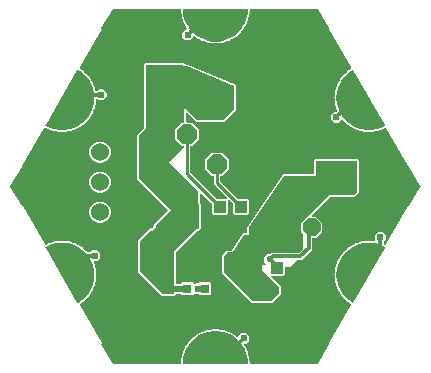
<source format=gbr>
G04 EAGLE Gerber RS-274X export*
G75*
%MOMM*%
%FSLAX34Y34*%
%LPD*%
%INTop Copper*%
%IPPOS*%
%AMOC8*
5,1,8,0,0,1.08239X$1,22.5*%
G01*
%ADD10C,1.000000*%
%ADD11P,1.814519X8X292.500000*%
%ADD12R,0.800000X0.800000*%
%ADD13P,1.649562X8X22.500000*%
%ADD14R,1.100000X1.000000*%
%ADD15C,1.524000*%
%ADD16C,0.750000*%
%ADD17C,0.304800*%
%ADD18C,0.508000*%
%ADD19C,0.604800*%
%ADD20C,0.254000*%
%ADD21C,0.554800*%

G36*
X-67672Y-224D02*
X-67672Y-224D01*
X-67644Y-226D01*
X-67576Y-204D01*
X-67505Y-190D01*
X-67482Y-174D01*
X-67455Y-165D01*
X-67419Y-134D01*
X-29886Y-134D01*
X-29866Y-131D01*
X-29847Y-133D01*
X-29745Y-111D01*
X-29643Y-94D01*
X-29626Y-85D01*
X-29606Y-81D01*
X-29517Y-27D01*
X-29426Y21D01*
X-29412Y35D01*
X-29395Y46D01*
X-29328Y124D01*
X-29256Y199D01*
X-29248Y217D01*
X-29235Y233D01*
X-29196Y329D01*
X-29153Y422D01*
X-29151Y442D01*
X-29143Y461D01*
X-29125Y627D01*
X-29125Y1163D01*
X-29119Y1170D01*
X-29101Y1231D01*
X-29073Y1287D01*
X-29056Y1374D01*
X-29047Y1405D01*
X-29047Y1423D01*
X-29042Y1452D01*
X-28886Y3531D01*
X-28889Y3566D01*
X-28884Y3600D01*
X-28900Y3688D01*
X-28908Y3776D01*
X-28921Y3808D01*
X-28928Y3842D01*
X-28962Y3914D01*
X-28819Y4541D01*
X-28817Y4574D01*
X-28802Y4654D01*
X-28754Y5292D01*
X-28713Y5351D01*
X-28656Y5419D01*
X-28643Y5452D01*
X-28624Y5480D01*
X-28568Y5638D01*
X-28078Y7785D01*
X-28076Y7820D01*
X-28066Y7853D01*
X-28069Y7942D01*
X-28063Y8031D01*
X-28072Y8064D01*
X-28073Y8099D01*
X-28097Y8175D01*
X-27862Y8774D01*
X-27855Y8806D01*
X-27828Y8882D01*
X-27686Y9507D01*
X-27636Y9559D01*
X-27570Y9618D01*
X-27552Y9648D01*
X-27528Y9673D01*
X-27450Y9821D01*
X-26646Y11871D01*
X-26639Y11905D01*
X-26624Y11936D01*
X-26613Y12025D01*
X-26594Y12112D01*
X-26598Y12146D01*
X-26594Y12180D01*
X-26606Y12259D01*
X-26284Y12816D01*
X-26272Y12847D01*
X-26235Y12919D01*
X-26001Y13515D01*
X-25944Y13559D01*
X-25870Y13607D01*
X-25848Y13635D01*
X-25821Y13656D01*
X-25721Y13791D01*
X-24620Y15698D01*
X-24608Y15730D01*
X-24589Y15759D01*
X-24565Y15845D01*
X-24533Y15928D01*
X-24532Y15963D01*
X-24523Y15996D01*
X-24523Y16076D01*
X-24122Y16579D01*
X-24106Y16608D01*
X-24058Y16673D01*
X-23737Y17227D01*
X-23675Y17263D01*
X-23594Y17299D01*
X-23568Y17323D01*
X-23538Y17340D01*
X-23420Y17459D01*
X-22047Y19180D01*
X-22030Y19211D01*
X-22007Y19236D01*
X-21970Y19317D01*
X-21927Y19395D01*
X-21920Y19429D01*
X-21919Y19432D01*
X-21909Y19454D01*
X-21909Y19455D01*
X-21906Y19461D01*
X-21894Y19539D01*
X-21423Y19977D01*
X-21402Y20003D01*
X-21345Y20060D01*
X-20946Y20561D01*
X-20879Y20587D01*
X-20793Y20611D01*
X-20765Y20630D01*
X-20732Y20643D01*
X-20598Y20742D01*
X-18983Y22240D01*
X-18962Y22267D01*
X-18935Y22289D01*
X-18887Y22364D01*
X-18833Y22434D01*
X-18821Y22467D01*
X-18802Y22496D01*
X-18779Y22572D01*
X-18247Y22935D01*
X-18223Y22957D01*
X-18158Y23006D01*
X-17689Y23441D01*
X-17619Y23457D01*
X-17531Y23468D01*
X-17499Y23483D01*
X-17466Y23490D01*
X-17317Y23569D01*
X-15498Y24809D01*
X-15473Y24833D01*
X-15443Y24851D01*
X-15384Y24917D01*
X-15320Y24979D01*
X-15304Y25009D01*
X-15281Y25035D01*
X-15247Y25107D01*
X-14667Y25386D01*
X-14640Y25405D01*
X-14568Y25443D01*
X-14039Y25804D01*
X-13967Y25809D01*
X-13879Y25806D01*
X-13845Y25817D01*
X-13811Y25819D01*
X-13653Y25875D01*
X-11669Y26830D01*
X-11640Y26850D01*
X-11608Y26863D01*
X-11540Y26920D01*
X-11467Y26971D01*
X-11447Y26999D01*
X-11420Y27021D01*
X-11376Y27087D01*
X-10761Y27277D01*
X-10731Y27292D01*
X-10655Y27318D01*
X-10078Y27596D01*
X-10006Y27590D01*
X-9919Y27575D01*
X-9884Y27580D01*
X-9850Y27577D01*
X-9685Y27609D01*
X-7581Y28258D01*
X-7550Y28273D01*
X-7516Y28281D01*
X-7440Y28327D01*
X-7361Y28367D01*
X-7336Y28392D01*
X-7307Y28410D01*
X-7253Y28468D01*
X-6616Y28564D01*
X-6585Y28574D01*
X-6505Y28589D01*
X-5893Y28778D01*
X-5824Y28762D01*
X-5739Y28733D01*
X-5705Y28733D01*
X-5671Y28725D01*
X-5503Y28732D01*
X-3326Y29060D01*
X-3293Y29071D01*
X-3258Y29073D01*
X-3177Y29108D01*
X-3092Y29135D01*
X-3064Y29156D01*
X-3032Y29170D01*
X-2970Y29219D01*
X-2327Y29219D01*
X-2294Y29225D01*
X-2213Y29228D01*
X-1580Y29323D01*
X-1513Y29296D01*
X-1434Y29256D01*
X-1400Y29251D01*
X-1368Y29238D01*
X-1201Y29219D01*
X1001Y29219D01*
X1035Y29225D01*
X1070Y29222D01*
X1156Y29245D01*
X1244Y29259D01*
X1274Y29275D01*
X1308Y29284D01*
X1377Y29324D01*
X2013Y29228D01*
X2046Y29228D01*
X2127Y29219D01*
X2767Y29219D01*
X2829Y29183D01*
X2901Y29131D01*
X2934Y29121D01*
X2964Y29103D01*
X3126Y29060D01*
X5303Y28732D01*
X5338Y28732D01*
X5372Y28725D01*
X5460Y28734D01*
X5549Y28735D01*
X5582Y28746D01*
X5617Y28750D01*
X5690Y28779D01*
X6305Y28589D01*
X6338Y28585D01*
X6416Y28564D01*
X7050Y28469D01*
X7105Y28423D01*
X7169Y28361D01*
X7200Y28346D01*
X7227Y28324D01*
X7381Y28258D01*
X9485Y27609D01*
X9519Y27604D01*
X9552Y27591D01*
X9641Y27587D01*
X9729Y27575D01*
X9763Y27581D01*
X9797Y27580D01*
X9875Y27598D01*
X10455Y27318D01*
X10486Y27309D01*
X10561Y27277D01*
X11172Y27088D01*
X11221Y27035D01*
X11274Y26964D01*
X11303Y26945D01*
X11326Y26919D01*
X11469Y26830D01*
X13453Y25875D01*
X13486Y25865D01*
X13516Y25848D01*
X13603Y25830D01*
X13688Y25805D01*
X13723Y25806D01*
X13757Y25800D01*
X13836Y25806D01*
X14368Y25443D01*
X14398Y25429D01*
X14467Y25386D01*
X15044Y25108D01*
X15083Y25049D01*
X15126Y24971D01*
X15151Y24947D01*
X15171Y24918D01*
X15298Y24809D01*
X17117Y23569D01*
X17149Y23554D01*
X17176Y23533D01*
X17260Y23502D01*
X17340Y23465D01*
X17375Y23461D01*
X17407Y23449D01*
X17487Y23443D01*
X17958Y23006D01*
X17986Y22987D01*
X18047Y22935D01*
X18249Y22797D01*
X18250Y22797D01*
X18360Y22746D01*
X18472Y22693D01*
X18473Y22693D01*
X18588Y22680D01*
X18716Y22666D01*
X18717Y22666D01*
X18832Y22691D01*
X18957Y22718D01*
X18958Y22718D01*
X19067Y22784D01*
X19168Y22844D01*
X19169Y22844D01*
X19250Y22940D01*
X19328Y23031D01*
X19329Y23031D01*
X19375Y23147D01*
X19420Y23259D01*
X19421Y23260D01*
X19438Y23419D01*
X22104Y26084D01*
X25872Y26084D01*
X28536Y23420D01*
X28536Y19651D01*
X25872Y16987D01*
X25096Y16987D01*
X24997Y16971D01*
X24897Y16960D01*
X24876Y16951D01*
X24853Y16947D01*
X24765Y16900D01*
X24673Y16859D01*
X24656Y16843D01*
X24636Y16832D01*
X24567Y16759D01*
X24494Y16691D01*
X24483Y16670D01*
X24467Y16654D01*
X24424Y16562D01*
X24377Y16474D01*
X24370Y16446D01*
X24363Y16430D01*
X24359Y16398D01*
X24340Y16311D01*
X24323Y16164D01*
X24325Y16129D01*
X24318Y16095D01*
X24331Y16007D01*
X24335Y15918D01*
X24348Y15886D01*
X24353Y15852D01*
X24420Y15698D01*
X25521Y13791D01*
X25543Y13764D01*
X25558Y13733D01*
X25621Y13669D01*
X25677Y13601D01*
X25706Y13582D01*
X25731Y13558D01*
X25800Y13518D01*
X26035Y12919D01*
X26051Y12891D01*
X26084Y12816D01*
X26404Y12262D01*
X26404Y12190D01*
X26395Y12102D01*
X26402Y12068D01*
X26402Y12033D01*
X26446Y11871D01*
X27250Y9821D01*
X27268Y9792D01*
X27278Y9759D01*
X27330Y9687D01*
X27376Y9610D01*
X27402Y9587D01*
X27423Y9559D01*
X27485Y9510D01*
X27628Y8882D01*
X27640Y8852D01*
X27662Y8774D01*
X27895Y8178D01*
X27884Y8107D01*
X27862Y8021D01*
X27865Y7986D01*
X27859Y7952D01*
X27878Y7785D01*
X28368Y5638D01*
X28381Y5606D01*
X28387Y5572D01*
X28428Y5493D01*
X28461Y5411D01*
X28484Y5384D01*
X28500Y5354D01*
X28554Y5296D01*
X28602Y4654D01*
X28610Y4622D01*
X28619Y4541D01*
X28761Y3917D01*
X28740Y3848D01*
X28705Y3767D01*
X28703Y3732D01*
X28692Y3699D01*
X28686Y3531D01*
X28842Y1452D01*
X28857Y1391D01*
X28862Y1328D01*
X28885Y1272D01*
X28900Y1213D01*
X28925Y1173D01*
X28925Y627D01*
X28928Y608D01*
X28926Y588D01*
X28948Y487D01*
X28964Y385D01*
X28974Y367D01*
X28978Y348D01*
X29031Y259D01*
X29080Y167D01*
X29094Y154D01*
X29104Y136D01*
X29183Y69D01*
X29258Y-2D01*
X29276Y-11D01*
X29291Y-24D01*
X29387Y-62D01*
X29481Y-106D01*
X29501Y-108D01*
X29519Y-115D01*
X29686Y-134D01*
X67222Y-134D01*
X67227Y-137D01*
X67284Y-180D01*
X67312Y-187D01*
X67336Y-202D01*
X67436Y-218D01*
X67477Y-229D01*
X67487Y-227D01*
X67500Y-229D01*
X86500Y-229D01*
X86576Y-214D01*
X86654Y-205D01*
X86673Y-194D01*
X86695Y-190D01*
X86759Y-146D01*
X86827Y-107D01*
X86843Y-88D01*
X86859Y-77D01*
X86883Y-39D01*
X86933Y21D01*
X96433Y16521D01*
X96442Y16548D01*
X96458Y16572D01*
X96473Y16642D01*
X96496Y16710D01*
X96493Y16738D01*
X96499Y16766D01*
X96486Y16837D01*
X96480Y16908D01*
X96467Y16933D01*
X96461Y16961D01*
X96421Y17021D01*
X96388Y17084D01*
X96366Y17102D01*
X96350Y17126D01*
X96267Y17184D01*
X96235Y17211D01*
X96224Y17214D01*
X96214Y17221D01*
X95902Y17369D01*
X114559Y49683D01*
X114592Y49768D01*
X114631Y49851D01*
X114635Y49883D01*
X114646Y49913D01*
X114650Y50004D01*
X114661Y50095D01*
X114655Y50135D01*
X114655Y50159D01*
X114646Y50190D01*
X114635Y50261D01*
X114612Y50347D01*
X114598Y50378D01*
X114596Y50388D01*
X114586Y50405D01*
X114570Y50465D01*
X114536Y50516D01*
X114511Y50571D01*
X114468Y50617D01*
X114433Y50670D01*
X114366Y50727D01*
X114344Y50751D01*
X114328Y50760D01*
X114306Y50779D01*
X112581Y51954D01*
X112549Y51969D01*
X112522Y51990D01*
X112439Y52020D01*
X112358Y52058D01*
X112323Y52062D01*
X112291Y52073D01*
X112212Y52079D01*
X111740Y52517D01*
X111712Y52535D01*
X111651Y52588D01*
X111121Y52948D01*
X111091Y53013D01*
X111060Y53097D01*
X111039Y53124D01*
X111024Y53155D01*
X110914Y53282D01*
X109298Y54781D01*
X109269Y54800D01*
X109245Y54825D01*
X109167Y54867D01*
X109093Y54917D01*
X109059Y54926D01*
X109029Y54942D01*
X108952Y54960D01*
X108550Y55463D01*
X108526Y55485D01*
X108473Y55546D01*
X108003Y55982D01*
X107983Y56050D01*
X107965Y56137D01*
X107948Y56167D01*
X107938Y56201D01*
X107848Y56342D01*
X106473Y58065D01*
X106448Y58089D01*
X106428Y58117D01*
X106357Y58171D01*
X106291Y58230D01*
X106259Y58244D01*
X106231Y58265D01*
X106157Y58294D01*
X105835Y58851D01*
X105814Y58877D01*
X105771Y58945D01*
X105372Y59446D01*
X105362Y59516D01*
X105357Y59605D01*
X105345Y59638D01*
X105340Y59672D01*
X105272Y59826D01*
X104170Y61734D01*
X104148Y61761D01*
X104132Y61792D01*
X104070Y61855D01*
X104014Y61924D01*
X103984Y61943D01*
X103960Y61968D01*
X103891Y62007D01*
X103656Y62606D01*
X103639Y62635D01*
X103607Y62709D01*
X103286Y63263D01*
X103287Y63335D01*
X103296Y63423D01*
X103288Y63457D01*
X103288Y63492D01*
X103244Y63654D01*
X102438Y65705D01*
X102421Y65735D01*
X102410Y65768D01*
X102358Y65840D01*
X102313Y65917D01*
X102286Y65939D01*
X102266Y65967D01*
X102204Y66017D01*
X102060Y66644D01*
X102048Y66675D01*
X102027Y66753D01*
X101793Y67349D01*
X101804Y67420D01*
X101826Y67506D01*
X101823Y67541D01*
X101829Y67575D01*
X101810Y67741D01*
X101319Y69890D01*
X101305Y69922D01*
X101300Y69957D01*
X101259Y70036D01*
X101226Y70118D01*
X101203Y70144D01*
X101187Y70175D01*
X101133Y70233D01*
X101085Y70875D01*
X101077Y70907D01*
X101068Y70987D01*
X100925Y71612D01*
X100947Y71680D01*
X100981Y71762D01*
X100984Y71797D01*
X100994Y71830D01*
X101000Y71997D01*
X100835Y74195D01*
X100827Y74229D01*
X100827Y74264D01*
X100798Y74348D01*
X100777Y74434D01*
X100758Y74464D01*
X100747Y74496D01*
X100702Y74562D01*
X100750Y75204D01*
X100747Y75237D01*
X100748Y75262D01*
X100749Y75269D01*
X100749Y75272D01*
X100750Y75318D01*
X100702Y75956D01*
X100734Y76020D01*
X100780Y76096D01*
X100788Y76130D01*
X100803Y76161D01*
X100834Y76326D01*
X100998Y78524D01*
X100995Y78559D01*
X101000Y78593D01*
X100984Y78681D01*
X100977Y78769D01*
X100963Y78801D01*
X100957Y78835D01*
X100922Y78907D01*
X101065Y79534D01*
X101067Y79567D01*
X101082Y79647D01*
X101130Y80285D01*
X101170Y80344D01*
X101228Y80412D01*
X101240Y80445D01*
X101260Y80473D01*
X101315Y80632D01*
X101805Y82781D01*
X101807Y82815D01*
X101817Y82848D01*
X101815Y82937D01*
X101820Y83026D01*
X101811Y83060D01*
X101810Y83094D01*
X101786Y83170D01*
X102021Y83769D01*
X102028Y83802D01*
X102055Y83878D01*
X102197Y84502D01*
X102246Y84554D01*
X102313Y84613D01*
X102330Y84643D01*
X102354Y84669D01*
X102432Y84817D01*
X103237Y86869D01*
X103244Y86903D01*
X103259Y86934D01*
X103270Y87023D01*
X103289Y87110D01*
X103285Y87144D01*
X103289Y87178D01*
X103277Y87257D01*
X103598Y87815D01*
X103610Y87845D01*
X103648Y87917D01*
X103882Y88513D01*
X103938Y88557D01*
X104013Y88606D01*
X104034Y88633D01*
X104062Y88654D01*
X104161Y88789D01*
X105262Y90699D01*
X105275Y90731D01*
X105294Y90760D01*
X105318Y90846D01*
X105349Y90929D01*
X105351Y90963D01*
X105360Y90997D01*
X105360Y91076D01*
X105761Y91580D01*
X105777Y91608D01*
X105825Y91674D01*
X106145Y92228D01*
X106207Y92264D01*
X106288Y92300D01*
X106314Y92324D01*
X106344Y92341D01*
X106462Y92460D01*
X107836Y94183D01*
X107853Y94214D01*
X107876Y94239D01*
X107913Y94321D01*
X107956Y94398D01*
X107963Y94432D01*
X107977Y94464D01*
X107988Y94542D01*
X108460Y94980D01*
X108480Y95006D01*
X108537Y95064D01*
X108937Y95564D01*
X109003Y95590D01*
X109089Y95614D01*
X109118Y95634D01*
X109150Y95646D01*
X109285Y95746D01*
X110900Y97246D01*
X110921Y97273D01*
X110948Y97295D01*
X110996Y97370D01*
X111051Y97440D01*
X111062Y97473D01*
X111081Y97502D01*
X111104Y97578D01*
X111636Y97941D01*
X111660Y97963D01*
X111725Y98012D01*
X112194Y98447D01*
X112264Y98463D01*
X112353Y98474D01*
X112384Y98489D01*
X112418Y98496D01*
X112566Y98575D01*
X114387Y99817D01*
X114412Y99841D01*
X114442Y99859D01*
X114500Y99925D01*
X114565Y99987D01*
X114581Y100017D01*
X114604Y100044D01*
X114638Y100115D01*
X115218Y100395D01*
X115245Y100413D01*
X115316Y100452D01*
X115845Y100812D01*
X115917Y100817D01*
X116006Y100815D01*
X116039Y100825D01*
X116074Y100828D01*
X116232Y100883D01*
X118217Y101840D01*
X118246Y101860D01*
X118278Y101873D01*
X118346Y101930D01*
X118419Y101981D01*
X118439Y102009D01*
X118466Y102032D01*
X118510Y102097D01*
X119125Y102287D01*
X119155Y102302D01*
X119231Y102329D01*
X119808Y102607D01*
X119880Y102601D01*
X119967Y102586D01*
X120001Y102591D01*
X120036Y102588D01*
X120201Y102619D01*
X122307Y103270D01*
X122338Y103285D01*
X122372Y103293D01*
X122448Y103340D01*
X122527Y103379D01*
X122551Y103404D01*
X122581Y103422D01*
X122635Y103480D01*
X123271Y103577D01*
X123303Y103587D01*
X123382Y103602D01*
X123994Y103791D01*
X124064Y103774D01*
X124148Y103746D01*
X124183Y103746D01*
X124217Y103738D01*
X124384Y103745D01*
X126564Y104074D01*
X126597Y104085D01*
X126631Y104087D01*
X126713Y104122D01*
X126798Y104149D01*
X126826Y104170D01*
X126858Y104184D01*
X126919Y104233D01*
X127563Y104233D01*
X127596Y104239D01*
X127677Y104242D01*
X128310Y104338D01*
X128376Y104311D01*
X128455Y104270D01*
X128490Y104265D01*
X128522Y104252D01*
X128689Y104234D01*
X130893Y104235D01*
X130927Y104240D01*
X130962Y104238D01*
X131048Y104260D01*
X131135Y104274D01*
X131166Y104291D01*
X131200Y104299D01*
X131268Y104339D01*
X131905Y104243D01*
X131938Y104244D01*
X132018Y104235D01*
X132659Y104235D01*
X132721Y104199D01*
X132793Y104147D01*
X132826Y104137D01*
X132856Y104119D01*
X133018Y104076D01*
X134307Y103882D01*
X134312Y103882D01*
X134317Y103881D01*
X134434Y103884D01*
X134553Y103885D01*
X134558Y103887D01*
X134563Y103887D01*
X134673Y103927D01*
X134785Y103967D01*
X134789Y103970D01*
X134794Y103972D01*
X134886Y104045D01*
X134979Y104118D01*
X134982Y104122D01*
X134986Y104125D01*
X135049Y104224D01*
X135115Y104323D01*
X135116Y104328D01*
X135119Y104332D01*
X135147Y104446D01*
X135178Y104561D01*
X135178Y104566D01*
X135179Y104571D01*
X135170Y104688D01*
X135162Y104806D01*
X135160Y104811D01*
X135160Y104816D01*
X135114Y104924D01*
X135069Y105034D01*
X135065Y105038D01*
X135063Y105042D01*
X135012Y105107D01*
X135012Y108888D01*
X137676Y111553D01*
X141445Y111553D01*
X144109Y108888D01*
X144109Y105120D01*
X142832Y103843D01*
X142779Y103769D01*
X142720Y103699D01*
X142707Y103669D01*
X142689Y103643D01*
X142662Y103556D01*
X142628Y103471D01*
X142623Y103430D01*
X142616Y103408D01*
X142617Y103376D01*
X142609Y103305D01*
X142609Y101728D01*
X142625Y101633D01*
X142633Y101538D01*
X142645Y101512D01*
X142649Y101485D01*
X142694Y101400D01*
X142732Y101313D01*
X142751Y101292D01*
X142764Y101268D01*
X142833Y101202D01*
X142898Y101131D01*
X142928Y101112D01*
X142942Y101098D01*
X142972Y101084D01*
X143040Y101042D01*
X143246Y100943D01*
X143307Y100925D01*
X143364Y100898D01*
X143424Y100890D01*
X143482Y100873D01*
X143545Y100876D01*
X143608Y100868D01*
X143695Y100881D01*
X143728Y100883D01*
X143745Y100889D01*
X143774Y100893D01*
X143887Y100924D01*
X143970Y100961D01*
X144056Y100992D01*
X144081Y101012D01*
X144111Y101025D01*
X144178Y101087D01*
X144249Y101143D01*
X144274Y101176D01*
X144291Y101192D01*
X144306Y101221D01*
X144349Y101278D01*
X162998Y133579D01*
X163316Y133359D01*
X163343Y133348D01*
X163365Y133329D01*
X163434Y133309D01*
X163499Y133281D01*
X163528Y133281D01*
X163556Y133273D01*
X163627Y133281D01*
X163698Y133281D01*
X163725Y133292D01*
X163754Y133295D01*
X163816Y133330D01*
X163881Y133358D01*
X163902Y133378D01*
X163927Y133393D01*
X163990Y133470D01*
X164020Y133500D01*
X164024Y133510D01*
X164033Y133521D01*
X173533Y150021D01*
X173543Y150053D01*
X173552Y150066D01*
X173556Y150090D01*
X173557Y150094D01*
X173588Y150164D01*
X173588Y150188D01*
X173596Y150210D01*
X173590Y150286D01*
X173591Y150363D01*
X173581Y150387D01*
X173580Y150408D01*
X173559Y150447D01*
X173533Y150519D01*
X164033Y167019D01*
X164014Y167041D01*
X164001Y167067D01*
X163948Y167115D01*
X163901Y167168D01*
X163875Y167181D01*
X163854Y167200D01*
X163786Y167223D01*
X163722Y167254D01*
X163693Y167256D01*
X163666Y167265D01*
X163594Y167260D01*
X163523Y167263D01*
X163496Y167253D01*
X163467Y167251D01*
X163377Y167209D01*
X163337Y167194D01*
X163329Y167187D01*
X163316Y167181D01*
X163288Y167162D01*
X144655Y199435D01*
X144642Y199451D01*
X144634Y199469D01*
X144564Y199546D01*
X144499Y199626D01*
X144482Y199636D01*
X144469Y199651D01*
X144378Y199702D01*
X144291Y199757D01*
X144271Y199761D01*
X144254Y199771D01*
X144152Y199790D01*
X144051Y199814D01*
X144032Y199812D01*
X144012Y199816D01*
X143910Y199801D01*
X143806Y199792D01*
X143788Y199784D01*
X143769Y199782D01*
X143615Y199714D01*
X143539Y199670D01*
X143529Y199671D01*
X143468Y199657D01*
X143405Y199653D01*
X143321Y199624D01*
X143289Y199616D01*
X143274Y199607D01*
X143246Y199597D01*
X141366Y198692D01*
X141337Y198672D01*
X141305Y198660D01*
X141237Y198602D01*
X141164Y198551D01*
X141144Y198523D01*
X141117Y198501D01*
X141072Y198435D01*
X140457Y198246D01*
X140428Y198231D01*
X140351Y198204D01*
X139774Y197927D01*
X139703Y197933D01*
X139615Y197948D01*
X139581Y197943D01*
X139547Y197946D01*
X139382Y197914D01*
X137275Y197265D01*
X137244Y197250D01*
X137210Y197242D01*
X137135Y197196D01*
X137055Y197156D01*
X137030Y197131D01*
X137001Y197113D01*
X136947Y197055D01*
X136311Y196959D01*
X136279Y196949D01*
X136200Y196934D01*
X135588Y196745D01*
X135518Y196762D01*
X135434Y196790D01*
X135399Y196790D01*
X135365Y196798D01*
X135198Y196792D01*
X133018Y196464D01*
X132985Y196453D01*
X132950Y196451D01*
X132868Y196416D01*
X132784Y196389D01*
X132756Y196368D01*
X132724Y196354D01*
X132662Y196305D01*
X132018Y196305D01*
X131986Y196300D01*
X131905Y196297D01*
X131272Y196201D01*
X131205Y196228D01*
X131126Y196269D01*
X131092Y196274D01*
X131059Y196287D01*
X130893Y196305D01*
X128689Y196306D01*
X128654Y196301D01*
X128620Y196303D01*
X128534Y196281D01*
X128446Y196267D01*
X128415Y196250D01*
X128382Y196242D01*
X128313Y196202D01*
X127677Y196298D01*
X127644Y196298D01*
X127563Y196307D01*
X126923Y196307D01*
X126861Y196343D01*
X126789Y196395D01*
X126756Y196405D01*
X126726Y196423D01*
X126564Y196466D01*
X124384Y196795D01*
X124349Y196795D01*
X124316Y196803D01*
X124227Y196793D01*
X124138Y196792D01*
X124106Y196781D01*
X124071Y196777D01*
X123997Y196748D01*
X123382Y196938D01*
X123350Y196943D01*
X123271Y196963D01*
X122638Y197059D01*
X122583Y197104D01*
X122519Y197166D01*
X122488Y197181D01*
X122461Y197203D01*
X122307Y197270D01*
X120201Y197921D01*
X120166Y197925D01*
X120134Y197938D01*
X120045Y197942D01*
X119957Y197954D01*
X119923Y197948D01*
X119888Y197949D01*
X119811Y197932D01*
X119231Y198211D01*
X119200Y198220D01*
X119125Y198253D01*
X118513Y198442D01*
X118465Y198495D01*
X118411Y198566D01*
X118383Y198585D01*
X118359Y198611D01*
X118217Y198700D01*
X116232Y199657D01*
X116199Y199667D01*
X116168Y199684D01*
X116081Y199701D01*
X115996Y199726D01*
X115961Y199725D01*
X115927Y199732D01*
X115848Y199726D01*
X115316Y200088D01*
X115286Y200102D01*
X115218Y200145D01*
X114641Y200423D01*
X114601Y200483D01*
X114559Y200561D01*
X114533Y200585D01*
X114514Y200614D01*
X114387Y200723D01*
X112566Y201965D01*
X112534Y201980D01*
X112507Y202001D01*
X112424Y202031D01*
X112343Y202069D01*
X112308Y202073D01*
X112276Y202085D01*
X112197Y202090D01*
X111725Y202528D01*
X111698Y202547D01*
X111636Y202599D01*
X111107Y202960D01*
X111077Y203025D01*
X111046Y203109D01*
X111025Y203136D01*
X111010Y203167D01*
X110900Y203294D01*
X109285Y204794D01*
X109256Y204813D01*
X109232Y204838D01*
X109154Y204881D01*
X109080Y204930D01*
X109047Y204939D01*
X109016Y204955D01*
X108939Y204973D01*
X108537Y205476D01*
X108513Y205499D01*
X108460Y205560D01*
X107991Y205995D01*
X107970Y206064D01*
X107953Y206151D01*
X107935Y206181D01*
X107925Y206215D01*
X107836Y206357D01*
X107656Y206583D01*
X107609Y206625D01*
X107570Y206674D01*
X107519Y206707D01*
X107473Y206748D01*
X107416Y206773D01*
X107363Y206807D01*
X107304Y206822D01*
X107248Y206846D01*
X107185Y206851D01*
X107125Y206867D01*
X107064Y206862D01*
X107003Y206867D01*
X106942Y206852D01*
X106879Y206848D01*
X106823Y206824D01*
X106764Y206809D01*
X106711Y206776D01*
X106653Y206751D01*
X106584Y206696D01*
X106556Y206678D01*
X106545Y206664D01*
X106522Y206646D01*
X104137Y204261D01*
X100369Y204261D01*
X97704Y206926D01*
X97704Y210694D01*
X100369Y213359D01*
X102175Y213359D01*
X102265Y213374D01*
X102356Y213381D01*
X102386Y213393D01*
X102418Y213399D01*
X102498Y213441D01*
X102582Y213477D01*
X102614Y213503D01*
X102635Y213514D01*
X102657Y213537D01*
X102713Y213582D01*
X102762Y213631D01*
X102826Y213720D01*
X102893Y213807D01*
X102898Y213819D01*
X102906Y213830D01*
X102938Y213935D01*
X102974Y214039D01*
X102974Y214053D01*
X102978Y214065D01*
X102975Y214175D01*
X102976Y214285D01*
X102972Y214301D01*
X102972Y214311D01*
X102962Y214338D01*
X102933Y214447D01*
X102432Y215723D01*
X102415Y215753D01*
X102404Y215786D01*
X102352Y215858D01*
X102307Y215934D01*
X102280Y215957D01*
X102260Y215985D01*
X102198Y216034D01*
X102055Y216662D01*
X102043Y216693D01*
X102021Y216771D01*
X101788Y217367D01*
X101788Y217368D01*
X101793Y217379D01*
X101800Y217440D01*
X101821Y217524D01*
X101818Y217558D01*
X101824Y217593D01*
X101805Y217759D01*
X101315Y219908D01*
X101302Y219941D01*
X101297Y219975D01*
X101256Y220054D01*
X101222Y220136D01*
X101200Y220163D01*
X101184Y220193D01*
X101130Y220251D01*
X101082Y220893D01*
X101074Y220925D01*
X101065Y221006D01*
X100923Y221630D01*
X100944Y221698D01*
X100979Y221780D01*
X100982Y221815D01*
X100992Y221848D01*
X100998Y222016D01*
X100834Y224214D01*
X100826Y224247D01*
X100826Y224282D01*
X100797Y224367D01*
X100776Y224453D01*
X100758Y224482D01*
X100747Y224515D01*
X100702Y224581D01*
X100750Y225222D01*
X100747Y225255D01*
X100750Y225336D01*
X100703Y225975D01*
X100734Y226039D01*
X100781Y226115D01*
X100789Y226149D01*
X100804Y226180D01*
X100835Y226345D01*
X101000Y228543D01*
X100997Y228577D01*
X101002Y228612D01*
X100987Y228699D01*
X100979Y228788D01*
X100965Y228820D01*
X100959Y228854D01*
X100924Y228925D01*
X101068Y229553D01*
X101070Y229586D01*
X101085Y229665D01*
X101133Y230304D01*
X101174Y230362D01*
X101231Y230431D01*
X101244Y230463D01*
X101263Y230491D01*
X101319Y230650D01*
X101810Y232799D01*
X101812Y232833D01*
X101822Y232866D01*
X101819Y232955D01*
X101825Y233044D01*
X101816Y233078D01*
X101815Y233112D01*
X101792Y233188D01*
X102027Y233787D01*
X102034Y233819D01*
X102060Y233896D01*
X102203Y234520D01*
X102252Y234572D01*
X102319Y234631D01*
X102336Y234661D01*
X102360Y234686D01*
X102438Y234835D01*
X103244Y236886D01*
X103252Y236920D01*
X103267Y236951D01*
X103277Y237040D01*
X103296Y237127D01*
X103292Y237161D01*
X103296Y237196D01*
X103285Y237274D01*
X103607Y237831D01*
X103618Y237862D01*
X103656Y237934D01*
X103890Y238530D01*
X103947Y238574D01*
X104021Y238622D01*
X104043Y238649D01*
X104070Y238671D01*
X104170Y238806D01*
X105272Y240714D01*
X105285Y240747D01*
X105304Y240776D01*
X105328Y240861D01*
X105359Y240944D01*
X105361Y240979D01*
X105370Y241013D01*
X105370Y241092D01*
X105771Y241595D01*
X105787Y241624D01*
X105835Y241689D01*
X106156Y242243D01*
X106218Y242279D01*
X106299Y242315D01*
X106325Y242339D01*
X106355Y242356D01*
X106473Y242475D01*
X107848Y244198D01*
X107865Y244228D01*
X107889Y244253D01*
X107925Y244334D01*
X107968Y244412D01*
X107975Y244446D01*
X107989Y244478D01*
X108001Y244556D01*
X108473Y244994D01*
X108493Y245020D01*
X108550Y245077D01*
X108950Y245578D01*
X109016Y245603D01*
X109102Y245627D01*
X109131Y245647D01*
X109163Y245659D01*
X109298Y245759D01*
X110914Y247258D01*
X110935Y247285D01*
X110963Y247307D01*
X111011Y247382D01*
X111065Y247452D01*
X111077Y247485D01*
X111095Y247514D01*
X111119Y247590D01*
X111651Y247952D01*
X111675Y247975D01*
X111740Y248023D01*
X112209Y248459D01*
X112279Y248474D01*
X112367Y248485D01*
X112399Y248500D01*
X112433Y248507D01*
X112581Y248586D01*
X114306Y249761D01*
X114351Y249805D01*
X114403Y249840D01*
X114440Y249889D01*
X114484Y249931D01*
X114506Y249973D01*
X114574Y250012D01*
X114590Y250025D01*
X114608Y250033D01*
X114685Y250102D01*
X114765Y250168D01*
X114775Y250185D01*
X114790Y250198D01*
X114841Y250288D01*
X114896Y250376D01*
X114900Y250396D01*
X114910Y250413D01*
X114929Y250515D01*
X114953Y250615D01*
X114951Y250635D01*
X114955Y250655D01*
X114941Y250757D01*
X114931Y250860D01*
X114923Y250878D01*
X114921Y250898D01*
X114853Y251052D01*
X96221Y283324D01*
X96236Y283336D01*
X96263Y283346D01*
X96315Y283395D01*
X96373Y283438D01*
X96387Y283463D01*
X96408Y283482D01*
X96437Y283548D01*
X96473Y283610D01*
X96476Y283638D01*
X96488Y283664D01*
X96489Y283736D01*
X96498Y283807D01*
X96490Y283834D01*
X96491Y283863D01*
X96455Y283958D01*
X96444Y283998D01*
X96437Y284007D01*
X96433Y284019D01*
X86933Y300519D01*
X86881Y300578D01*
X86835Y300640D01*
X86816Y300651D01*
X86801Y300668D01*
X86731Y300702D01*
X86664Y300742D01*
X86640Y300746D01*
X86622Y300754D01*
X86577Y300756D01*
X86500Y300769D01*
X67500Y300769D01*
X67472Y300764D01*
X67444Y300766D01*
X67376Y300744D01*
X67305Y300730D01*
X67282Y300714D01*
X67255Y300705D01*
X67200Y300658D01*
X67141Y300617D01*
X67126Y300593D01*
X67105Y300575D01*
X67073Y300510D01*
X67034Y300450D01*
X67029Y300422D01*
X67017Y300396D01*
X67008Y300295D01*
X67001Y300253D01*
X67003Y300243D01*
X67002Y300230D01*
X67012Y300108D01*
X29686Y300108D01*
X29666Y300105D01*
X29647Y300107D01*
X29545Y300085D01*
X29443Y300068D01*
X29426Y300059D01*
X29406Y300055D01*
X29317Y300001D01*
X29226Y299953D01*
X29212Y299939D01*
X29195Y299928D01*
X29128Y299850D01*
X29056Y299775D01*
X29048Y299757D01*
X29035Y299742D01*
X28996Y299645D01*
X28953Y299552D01*
X28951Y299532D01*
X28943Y299513D01*
X28929Y299383D01*
X28919Y299370D01*
X28901Y299309D01*
X28873Y299253D01*
X28856Y299166D01*
X28847Y299135D01*
X28847Y299117D01*
X28842Y299088D01*
X28686Y297009D01*
X28689Y296974D01*
X28684Y296940D01*
X28700Y296852D01*
X28707Y296764D01*
X28721Y296732D01*
X28728Y296698D01*
X28762Y296626D01*
X28619Y295999D01*
X28617Y295966D01*
X28602Y295886D01*
X28554Y295248D01*
X28513Y295189D01*
X28456Y295121D01*
X28443Y295088D01*
X28424Y295060D01*
X28368Y294902D01*
X27878Y292755D01*
X27876Y292720D01*
X27866Y292687D01*
X27869Y292598D01*
X27863Y292509D01*
X27872Y292476D01*
X27873Y292441D01*
X27897Y292365D01*
X27662Y291766D01*
X27655Y291734D01*
X27628Y291658D01*
X27486Y291033D01*
X27436Y290981D01*
X27370Y290922D01*
X27352Y290892D01*
X27328Y290867D01*
X27250Y290719D01*
X26446Y288669D01*
X26439Y288635D01*
X26424Y288604D01*
X26413Y288515D01*
X26394Y288428D01*
X26398Y288394D01*
X26394Y288360D01*
X26406Y288281D01*
X26084Y287724D01*
X26072Y287693D01*
X26035Y287621D01*
X25801Y287025D01*
X25744Y286981D01*
X25670Y286933D01*
X25648Y286905D01*
X25621Y286884D01*
X25521Y286749D01*
X24420Y284842D01*
X24408Y284810D01*
X24389Y284781D01*
X24365Y284695D01*
X24333Y284612D01*
X24332Y284577D01*
X24323Y284544D01*
X24323Y284464D01*
X23922Y283961D01*
X23905Y283932D01*
X23857Y283867D01*
X23537Y283313D01*
X23475Y283277D01*
X23394Y283241D01*
X23369Y283217D01*
X23338Y283200D01*
X23220Y283081D01*
X21847Y281360D01*
X21830Y281330D01*
X21807Y281304D01*
X21770Y281223D01*
X21727Y281145D01*
X21720Y281111D01*
X21706Y281079D01*
X21694Y281001D01*
X21223Y280563D01*
X21202Y280537D01*
X21145Y280480D01*
X20746Y279979D01*
X20679Y279953D01*
X20593Y279929D01*
X20565Y279910D01*
X20532Y279897D01*
X20398Y279798D01*
X18783Y278300D01*
X18762Y278273D01*
X18735Y278251D01*
X18687Y278176D01*
X18633Y278106D01*
X18621Y278073D01*
X18602Y278044D01*
X18579Y277968D01*
X18047Y277605D01*
X18023Y277583D01*
X18012Y277574D01*
X18000Y277568D01*
X17991Y277559D01*
X17958Y277534D01*
X17489Y277099D01*
X17419Y277083D01*
X17331Y277072D01*
X17299Y277057D01*
X17266Y277050D01*
X17117Y276971D01*
X15298Y275731D01*
X15273Y275707D01*
X15243Y275689D01*
X15184Y275623D01*
X15120Y275561D01*
X15104Y275531D01*
X15081Y275505D01*
X15047Y275433D01*
X14467Y275154D01*
X14440Y275135D01*
X14368Y275097D01*
X13839Y274736D01*
X13767Y274731D01*
X13679Y274734D01*
X13645Y274723D01*
X13611Y274721D01*
X13453Y274665D01*
X11469Y273710D01*
X11440Y273690D01*
X11408Y273677D01*
X11340Y273620D01*
X11267Y273569D01*
X11247Y273541D01*
X11220Y273519D01*
X11176Y273453D01*
X10561Y273263D01*
X10531Y273248D01*
X10455Y273222D01*
X9878Y272944D01*
X9806Y272950D01*
X9719Y272965D01*
X9684Y272960D01*
X9650Y272963D01*
X9485Y272931D01*
X7381Y272282D01*
X7350Y272267D01*
X7316Y272259D01*
X7240Y272213D01*
X7161Y272173D01*
X7136Y272148D01*
X7107Y272130D01*
X7053Y272072D01*
X6416Y271976D01*
X6385Y271966D01*
X6305Y271951D01*
X5693Y271762D01*
X5624Y271778D01*
X5539Y271807D01*
X5505Y271807D01*
X5471Y271815D01*
X5303Y271808D01*
X3126Y271480D01*
X3093Y271469D01*
X3058Y271467D01*
X2977Y271432D01*
X2892Y271405D01*
X2864Y271384D01*
X2832Y271370D01*
X2770Y271321D01*
X2127Y271321D01*
X2094Y271315D01*
X2013Y271312D01*
X1380Y271217D01*
X1313Y271244D01*
X1234Y271284D01*
X1200Y271289D01*
X1168Y271302D01*
X1001Y271321D01*
X-1201Y271321D01*
X-1235Y271315D01*
X-1270Y271318D01*
X-1356Y271295D01*
X-1444Y271281D01*
X-1474Y271265D01*
X-1508Y271256D01*
X-1577Y271216D01*
X-2213Y271312D01*
X-2246Y271312D01*
X-2327Y271321D01*
X-2967Y271321D01*
X-3029Y271357D01*
X-3101Y271409D01*
X-3134Y271419D01*
X-3164Y271437D01*
X-3326Y271480D01*
X-5503Y271808D01*
X-5538Y271808D01*
X-5572Y271815D01*
X-5660Y271806D01*
X-5749Y271805D01*
X-5782Y271794D01*
X-5817Y271790D01*
X-5890Y271761D01*
X-6505Y271951D01*
X-6538Y271955D01*
X-6616Y271976D01*
X-7250Y272071D01*
X-7305Y272117D01*
X-7369Y272179D01*
X-7400Y272194D01*
X-7427Y272216D01*
X-7581Y272282D01*
X-9685Y272931D01*
X-9719Y272936D01*
X-9752Y272949D01*
X-9841Y272953D01*
X-9929Y272965D01*
X-9963Y272959D01*
X-9997Y272960D01*
X-10075Y272942D01*
X-10655Y273222D01*
X-10686Y273231D01*
X-10761Y273263D01*
X-11373Y273452D01*
X-11421Y273505D01*
X-11474Y273576D01*
X-11503Y273595D01*
X-11526Y273621D01*
X-11669Y273710D01*
X-13653Y274665D01*
X-13686Y274675D01*
X-13716Y274692D01*
X-13803Y274710D01*
X-13888Y274735D01*
X-13923Y274734D01*
X-13957Y274740D01*
X-14036Y274734D01*
X-14568Y275097D01*
X-14598Y275111D01*
X-14667Y275154D01*
X-15244Y275432D01*
X-15283Y275491D01*
X-15326Y275569D01*
X-15351Y275593D01*
X-15371Y275622D01*
X-15498Y275731D01*
X-17317Y276971D01*
X-17349Y276986D01*
X-17376Y277007D01*
X-17460Y277038D01*
X-17540Y277075D01*
X-17575Y277079D01*
X-17607Y277091D01*
X-17686Y277097D01*
X-17794Y277197D01*
X-17842Y277228D01*
X-17884Y277268D01*
X-17944Y277296D01*
X-17999Y277333D01*
X-18055Y277348D01*
X-18107Y277372D01*
X-18173Y277379D01*
X-18237Y277396D01*
X-18294Y277392D01*
X-18352Y277399D01*
X-18416Y277385D01*
X-18482Y277381D01*
X-18536Y277359D01*
X-18592Y277347D01*
X-18649Y277313D01*
X-18710Y277288D01*
X-18754Y277250D01*
X-18803Y277220D01*
X-18846Y277170D01*
X-18896Y277127D01*
X-18926Y277077D01*
X-18963Y277033D01*
X-18988Y276972D01*
X-19021Y276915D01*
X-19033Y276859D01*
X-19055Y276805D01*
X-19066Y276705D01*
X-19073Y276674D01*
X-19071Y276661D01*
X-19073Y276639D01*
X-19073Y276596D01*
X-21738Y273931D01*
X-25506Y273931D01*
X-28171Y276596D01*
X-28171Y280364D01*
X-25506Y283029D01*
X-24959Y283029D01*
X-24930Y283033D01*
X-24901Y283031D01*
X-24809Y283053D01*
X-24716Y283068D01*
X-24690Y283082D01*
X-24662Y283089D01*
X-24582Y283139D01*
X-24498Y283183D01*
X-24478Y283204D01*
X-24454Y283220D01*
X-24394Y283293D01*
X-24329Y283362D01*
X-24317Y283388D01*
X-24298Y283411D01*
X-24265Y283499D01*
X-24225Y283585D01*
X-24222Y283614D01*
X-24212Y283641D01*
X-24209Y283736D01*
X-24198Y283829D01*
X-24205Y283858D01*
X-24204Y283887D01*
X-24231Y283977D01*
X-24251Y284070D01*
X-24266Y284095D01*
X-24274Y284123D01*
X-24363Y284264D01*
X-24521Y284462D01*
X-24531Y284533D01*
X-24535Y284622D01*
X-24548Y284654D01*
X-24553Y284688D01*
X-24620Y284842D01*
X-25721Y286749D01*
X-25743Y286776D01*
X-25758Y286807D01*
X-25821Y286871D01*
X-25877Y286939D01*
X-25906Y286958D01*
X-25931Y286982D01*
X-26000Y287022D01*
X-26235Y287621D01*
X-26251Y287649D01*
X-26284Y287724D01*
X-26604Y288278D01*
X-26604Y288350D01*
X-26595Y288438D01*
X-26602Y288472D01*
X-26602Y288507D01*
X-26646Y288669D01*
X-27450Y290719D01*
X-27468Y290748D01*
X-27478Y290781D01*
X-27530Y290853D01*
X-27576Y290930D01*
X-27602Y290953D01*
X-27623Y290981D01*
X-27685Y291030D01*
X-27828Y291658D01*
X-27840Y291688D01*
X-27862Y291766D01*
X-28095Y292362D01*
X-28084Y292433D01*
X-28062Y292519D01*
X-28065Y292554D01*
X-28059Y292588D01*
X-28078Y292755D01*
X-28568Y294902D01*
X-28581Y294934D01*
X-28587Y294968D01*
X-28628Y295047D01*
X-28661Y295129D01*
X-28684Y295156D01*
X-28700Y295186D01*
X-28754Y295244D01*
X-28802Y295886D01*
X-28810Y295918D01*
X-28819Y295999D01*
X-28961Y296623D01*
X-28940Y296692D01*
X-28905Y296774D01*
X-28903Y296808D01*
X-28892Y296841D01*
X-28886Y297009D01*
X-29042Y299088D01*
X-29057Y299149D01*
X-29062Y299212D01*
X-29085Y299268D01*
X-29100Y299327D01*
X-29127Y299371D01*
X-29126Y299386D01*
X-29148Y299487D01*
X-29164Y299589D01*
X-29174Y299607D01*
X-29178Y299626D01*
X-29231Y299715D01*
X-29280Y299807D01*
X-29294Y299820D01*
X-29304Y299838D01*
X-29383Y299905D01*
X-29458Y299976D01*
X-29476Y299985D01*
X-29491Y299997D01*
X-29587Y300036D01*
X-29681Y300080D01*
X-29701Y300082D01*
X-29719Y300089D01*
X-29886Y300108D01*
X-67212Y300108D01*
X-67202Y300230D01*
X-67206Y300259D01*
X-67201Y300287D01*
X-67218Y300356D01*
X-67226Y300428D01*
X-67241Y300452D01*
X-67247Y300480D01*
X-67290Y300538D01*
X-67326Y300600D01*
X-67348Y300617D01*
X-67365Y300640D01*
X-67427Y300677D01*
X-67484Y300720D01*
X-67512Y300727D01*
X-67536Y300742D01*
X-67636Y300758D01*
X-67677Y300769D01*
X-67687Y300767D01*
X-67700Y300769D01*
X-86700Y300769D01*
X-86776Y300754D01*
X-86854Y300745D01*
X-86873Y300734D01*
X-86895Y300730D01*
X-86959Y300686D01*
X-87027Y300647D01*
X-87043Y300628D01*
X-87059Y300617D01*
X-87083Y300579D01*
X-87133Y300519D01*
X-96633Y284019D01*
X-96642Y283992D01*
X-96658Y283968D01*
X-96673Y283898D01*
X-96696Y283830D01*
X-96693Y283802D01*
X-96699Y283774D01*
X-96686Y283704D01*
X-96680Y283632D01*
X-96667Y283607D01*
X-96661Y283579D01*
X-96621Y283519D01*
X-96588Y283456D01*
X-96566Y283438D01*
X-96550Y283414D01*
X-96480Y283365D01*
X-115115Y251088D01*
X-115122Y251069D01*
X-115134Y251053D01*
X-115166Y250954D01*
X-115202Y250858D01*
X-115203Y250838D01*
X-115209Y250819D01*
X-115208Y250715D01*
X-115211Y250612D01*
X-115206Y250593D01*
X-115205Y250573D01*
X-115171Y250475D01*
X-115142Y250376D01*
X-115130Y250360D01*
X-115123Y250341D01*
X-115059Y250259D01*
X-115000Y250175D01*
X-114984Y250163D01*
X-114972Y250147D01*
X-114836Y250048D01*
X-114715Y249978D01*
X-114711Y249969D01*
X-114668Y249923D01*
X-114633Y249870D01*
X-114566Y249813D01*
X-114544Y249789D01*
X-114528Y249780D01*
X-114506Y249761D01*
X-112781Y248586D01*
X-112749Y248571D01*
X-112722Y248550D01*
X-112639Y248520D01*
X-112558Y248482D01*
X-112523Y248478D01*
X-112491Y248467D01*
X-112412Y248461D01*
X-111940Y248023D01*
X-111912Y248005D01*
X-111851Y247952D01*
X-111321Y247592D01*
X-111291Y247527D01*
X-111260Y247443D01*
X-111239Y247416D01*
X-111224Y247385D01*
X-111114Y247258D01*
X-109498Y245759D01*
X-109469Y245740D01*
X-109445Y245715D01*
X-109367Y245672D01*
X-109293Y245623D01*
X-109260Y245614D01*
X-109229Y245598D01*
X-109152Y245580D01*
X-108750Y245077D01*
X-108726Y245055D01*
X-108673Y244994D01*
X-108203Y244558D01*
X-108183Y244490D01*
X-108165Y244403D01*
X-108148Y244373D01*
X-108138Y244339D01*
X-108048Y244198D01*
X-106673Y242475D01*
X-106648Y242451D01*
X-106628Y242423D01*
X-106557Y242369D01*
X-106491Y242310D01*
X-106459Y242296D01*
X-106431Y242275D01*
X-106357Y242246D01*
X-106035Y241689D01*
X-106014Y241663D01*
X-105971Y241595D01*
X-105572Y241094D01*
X-105562Y241024D01*
X-105557Y240935D01*
X-105545Y240902D01*
X-105540Y240868D01*
X-105472Y240714D01*
X-104370Y238806D01*
X-104348Y238779D01*
X-104332Y238748D01*
X-104270Y238685D01*
X-104214Y238616D01*
X-104184Y238597D01*
X-104160Y238572D01*
X-104091Y238533D01*
X-103856Y237934D01*
X-103839Y237905D01*
X-103807Y237831D01*
X-103486Y237277D01*
X-103487Y237205D01*
X-103496Y237117D01*
X-103488Y237083D01*
X-103488Y237048D01*
X-103444Y236886D01*
X-102638Y234835D01*
X-102621Y234805D01*
X-102610Y234772D01*
X-102558Y234700D01*
X-102513Y234623D01*
X-102486Y234601D01*
X-102466Y234573D01*
X-102404Y234523D01*
X-102260Y233896D01*
X-102248Y233865D01*
X-102227Y233787D01*
X-101993Y233191D01*
X-102004Y233120D01*
X-102026Y233034D01*
X-102023Y232999D01*
X-102029Y232965D01*
X-102010Y232799D01*
X-101709Y231482D01*
X-101687Y231429D01*
X-101675Y231372D01*
X-101641Y231316D01*
X-101616Y231255D01*
X-101578Y231211D01*
X-101548Y231161D01*
X-101498Y231118D01*
X-101455Y231068D01*
X-101406Y231039D01*
X-101362Y231001D01*
X-101300Y230976D01*
X-101244Y230943D01*
X-101187Y230931D01*
X-101133Y230909D01*
X-101034Y230898D01*
X-101003Y230892D01*
X-100989Y230893D01*
X-100967Y230891D01*
X-100545Y230891D01*
X-100455Y230905D01*
X-100364Y230913D01*
X-100334Y230925D01*
X-100302Y230930D01*
X-100222Y230973D01*
X-100138Y231009D01*
X-100106Y231035D01*
X-100085Y231046D01*
X-100063Y231069D01*
X-100007Y231114D01*
X-98730Y232391D01*
X-94961Y232391D01*
X-92297Y229726D01*
X-92297Y225958D01*
X-94961Y223293D01*
X-98730Y223293D01*
X-99764Y224328D01*
X-99799Y224353D01*
X-99829Y224385D01*
X-99899Y224424D01*
X-99964Y224471D01*
X-100005Y224484D01*
X-100043Y224505D01*
X-100122Y224520D01*
X-100199Y224544D01*
X-100242Y224542D01*
X-100285Y224550D01*
X-100365Y224539D01*
X-100445Y224537D01*
X-100486Y224522D01*
X-100529Y224516D01*
X-100600Y224480D01*
X-100676Y224453D01*
X-100710Y224425D01*
X-100749Y224406D01*
X-100805Y224349D01*
X-100868Y224299D01*
X-100891Y224262D01*
X-100922Y224232D01*
X-100957Y224160D01*
X-101001Y224092D01*
X-101011Y224050D01*
X-101031Y224011D01*
X-101058Y223866D01*
X-101061Y223854D01*
X-101061Y223850D01*
X-101062Y223846D01*
X-101198Y222016D01*
X-101195Y221981D01*
X-101200Y221947D01*
X-101184Y221859D01*
X-101177Y221771D01*
X-101163Y221739D01*
X-101157Y221705D01*
X-101122Y221633D01*
X-101265Y221006D01*
X-101267Y220973D01*
X-101282Y220893D01*
X-101330Y220255D01*
X-101370Y220196D01*
X-101428Y220128D01*
X-101440Y220095D01*
X-101460Y220067D01*
X-101515Y219908D01*
X-102005Y217759D01*
X-102007Y217725D01*
X-102017Y217692D01*
X-102015Y217603D01*
X-102016Y217580D01*
X-102020Y217544D01*
X-102019Y217538D01*
X-102020Y217514D01*
X-102011Y217480D01*
X-102010Y217446D01*
X-101986Y217370D01*
X-102221Y216771D01*
X-102228Y216738D01*
X-102255Y216662D01*
X-102397Y216038D01*
X-102446Y215986D01*
X-102513Y215927D01*
X-102530Y215897D01*
X-102554Y215871D01*
X-102632Y215723D01*
X-103437Y213671D01*
X-103444Y213637D01*
X-103459Y213606D01*
X-103470Y213517D01*
X-103489Y213430D01*
X-103485Y213396D01*
X-103489Y213362D01*
X-103477Y213283D01*
X-103798Y212725D01*
X-103810Y212695D01*
X-103848Y212623D01*
X-104082Y212027D01*
X-104138Y211983D01*
X-104213Y211934D01*
X-104234Y211907D01*
X-104262Y211886D01*
X-104361Y211751D01*
X-105462Y209841D01*
X-105475Y209809D01*
X-105494Y209780D01*
X-105518Y209694D01*
X-105549Y209611D01*
X-105551Y209577D01*
X-105560Y209543D01*
X-105560Y209464D01*
X-105961Y208960D01*
X-105977Y208932D01*
X-106025Y208866D01*
X-106345Y208312D01*
X-106407Y208276D01*
X-106488Y208240D01*
X-106514Y208216D01*
X-106544Y208199D01*
X-106662Y208080D01*
X-108036Y206357D01*
X-108053Y206326D01*
X-108076Y206301D01*
X-108113Y206219D01*
X-108156Y206142D01*
X-108163Y206108D01*
X-108177Y206076D01*
X-108188Y205998D01*
X-108660Y205560D01*
X-108680Y205534D01*
X-108737Y205476D01*
X-109137Y204975D01*
X-109203Y204950D01*
X-109289Y204926D01*
X-109318Y204906D01*
X-109350Y204894D01*
X-109485Y204794D01*
X-111100Y203294D01*
X-111121Y203267D01*
X-111148Y203245D01*
X-111196Y203170D01*
X-111251Y203100D01*
X-111262Y203067D01*
X-111281Y203038D01*
X-111304Y202962D01*
X-111836Y202599D01*
X-111860Y202577D01*
X-111925Y202528D01*
X-112394Y202093D01*
X-112464Y202077D01*
X-112553Y202066D01*
X-112584Y202051D01*
X-112618Y202044D01*
X-112766Y201965D01*
X-114587Y200723D01*
X-114612Y200699D01*
X-114642Y200681D01*
X-114700Y200615D01*
X-114765Y200553D01*
X-114781Y200523D01*
X-114804Y200496D01*
X-114838Y200425D01*
X-115418Y200145D01*
X-115445Y200127D01*
X-115516Y200088D01*
X-116045Y199728D01*
X-116117Y199723D01*
X-116206Y199725D01*
X-116239Y199715D01*
X-116274Y199712D01*
X-116432Y199657D01*
X-118417Y198700D01*
X-118446Y198680D01*
X-118478Y198667D01*
X-118546Y198610D01*
X-118619Y198559D01*
X-118639Y198531D01*
X-118666Y198508D01*
X-118710Y198443D01*
X-119325Y198253D01*
X-119355Y198238D01*
X-119431Y198211D01*
X-120008Y197933D01*
X-120080Y197939D01*
X-120167Y197954D01*
X-120201Y197949D01*
X-120236Y197952D01*
X-120401Y197921D01*
X-122507Y197270D01*
X-122538Y197255D01*
X-122572Y197247D01*
X-122648Y197200D01*
X-122727Y197161D01*
X-122751Y197136D01*
X-122781Y197118D01*
X-122835Y197060D01*
X-123471Y196963D01*
X-123503Y196953D01*
X-123582Y196938D01*
X-124194Y196749D01*
X-124264Y196766D01*
X-124348Y196794D01*
X-124383Y196794D01*
X-124417Y196802D01*
X-124584Y196795D01*
X-126764Y196466D01*
X-126797Y196455D01*
X-126831Y196453D01*
X-126913Y196418D01*
X-126998Y196391D01*
X-127026Y196370D01*
X-127058Y196356D01*
X-127119Y196307D01*
X-127763Y196307D01*
X-127796Y196301D01*
X-127877Y196298D01*
X-128510Y196202D01*
X-128576Y196229D01*
X-128655Y196270D01*
X-128690Y196275D01*
X-128722Y196288D01*
X-128889Y196306D01*
X-131093Y196305D01*
X-131127Y196300D01*
X-131162Y196302D01*
X-131248Y196280D01*
X-131335Y196266D01*
X-131366Y196249D01*
X-131400Y196241D01*
X-131468Y196201D01*
X-132105Y196297D01*
X-132138Y196296D01*
X-132218Y196305D01*
X-132859Y196305D01*
X-132921Y196341D01*
X-132993Y196393D01*
X-133026Y196403D01*
X-133056Y196421D01*
X-133218Y196464D01*
X-135398Y196792D01*
X-135432Y196791D01*
X-135466Y196799D01*
X-135554Y196790D01*
X-135643Y196789D01*
X-135676Y196777D01*
X-135711Y196774D01*
X-135785Y196744D01*
X-136400Y196934D01*
X-136432Y196938D01*
X-136511Y196959D01*
X-137144Y197054D01*
X-137199Y197100D01*
X-137263Y197162D01*
X-137294Y197177D01*
X-137321Y197199D01*
X-137475Y197265D01*
X-139582Y197914D01*
X-139616Y197919D01*
X-139648Y197932D01*
X-139737Y197936D01*
X-139825Y197948D01*
X-139859Y197941D01*
X-139894Y197943D01*
X-139971Y197925D01*
X-140551Y198204D01*
X-140583Y198214D01*
X-140657Y198246D01*
X-141269Y198434D01*
X-141318Y198487D01*
X-141371Y198558D01*
X-141400Y198578D01*
X-141423Y198603D01*
X-141566Y198692D01*
X-143446Y199597D01*
X-143507Y199615D01*
X-143564Y199642D01*
X-143624Y199650D01*
X-143682Y199667D01*
X-143730Y199665D01*
X-143877Y199750D01*
X-143896Y199757D01*
X-143912Y199769D01*
X-144010Y199800D01*
X-144107Y199837D01*
X-144127Y199838D01*
X-144146Y199844D01*
X-144250Y199842D01*
X-144353Y199846D01*
X-144372Y199840D01*
X-144392Y199840D01*
X-144489Y199806D01*
X-144589Y199776D01*
X-144605Y199765D01*
X-144624Y199758D01*
X-144705Y199694D01*
X-144790Y199635D01*
X-144802Y199619D01*
X-144817Y199606D01*
X-144917Y199471D01*
X-163550Y167198D01*
X-163565Y167211D01*
X-163634Y167231D01*
X-163699Y167259D01*
X-163728Y167259D01*
X-163756Y167267D01*
X-163827Y167259D01*
X-163898Y167260D01*
X-163925Y167248D01*
X-163954Y167245D01*
X-164016Y167210D01*
X-164081Y167182D01*
X-164102Y167162D01*
X-164127Y167147D01*
X-164190Y167070D01*
X-164220Y167040D01*
X-164224Y167030D01*
X-164233Y167019D01*
X-173733Y150519D01*
X-173757Y150446D01*
X-173788Y150376D01*
X-173788Y150352D01*
X-173796Y150330D01*
X-173790Y150254D01*
X-173791Y150177D01*
X-173781Y150153D01*
X-173780Y150132D01*
X-173759Y150093D01*
X-173740Y150041D01*
X-173739Y150035D01*
X-173737Y150033D01*
X-173733Y150021D01*
X-164233Y133521D01*
X-164214Y133499D01*
X-164201Y133473D01*
X-164148Y133425D01*
X-164101Y133372D01*
X-164075Y133359D01*
X-164054Y133340D01*
X-163986Y133317D01*
X-163922Y133286D01*
X-163893Y133285D01*
X-163866Y133275D01*
X-163794Y133280D01*
X-163723Y133277D01*
X-163696Y133287D01*
X-163667Y133289D01*
X-163577Y133331D01*
X-163537Y133346D01*
X-163529Y133353D01*
X-163516Y133359D01*
X-163398Y133441D01*
X-144759Y101160D01*
X-144747Y101144D01*
X-144739Y101126D01*
X-144669Y101049D01*
X-144604Y100969D01*
X-144587Y100959D01*
X-144573Y100944D01*
X-144483Y100894D01*
X-144395Y100838D01*
X-144376Y100834D01*
X-144359Y100824D01*
X-144257Y100805D01*
X-144156Y100781D01*
X-144136Y100783D01*
X-144117Y100779D01*
X-144014Y100794D01*
X-143911Y100803D01*
X-143893Y100811D01*
X-143873Y100814D01*
X-143744Y100870D01*
X-143729Y100869D01*
X-143668Y100883D01*
X-143605Y100887D01*
X-143521Y100916D01*
X-143489Y100924D01*
X-143474Y100933D01*
X-143446Y100943D01*
X-141566Y101848D01*
X-141537Y101868D01*
X-141505Y101880D01*
X-141437Y101938D01*
X-141364Y101989D01*
X-141344Y102017D01*
X-141317Y102039D01*
X-141272Y102105D01*
X-140657Y102294D01*
X-140628Y102309D01*
X-140551Y102336D01*
X-139974Y102613D01*
X-139903Y102607D01*
X-139815Y102592D01*
X-139781Y102597D01*
X-139747Y102594D01*
X-139582Y102626D01*
X-137475Y103275D01*
X-137444Y103290D01*
X-137410Y103298D01*
X-137335Y103344D01*
X-137255Y103384D01*
X-137230Y103409D01*
X-137201Y103427D01*
X-137147Y103485D01*
X-136511Y103581D01*
X-136479Y103591D01*
X-136400Y103606D01*
X-135788Y103795D01*
X-135718Y103778D01*
X-135634Y103750D01*
X-135599Y103750D01*
X-135565Y103742D01*
X-135398Y103748D01*
X-133218Y104076D01*
X-133185Y104087D01*
X-133150Y104089D01*
X-133068Y104124D01*
X-132984Y104151D01*
X-132956Y104172D01*
X-132924Y104186D01*
X-132862Y104235D01*
X-132218Y104235D01*
X-132186Y104240D01*
X-132105Y104243D01*
X-131472Y104339D01*
X-131405Y104312D01*
X-131326Y104271D01*
X-131292Y104266D01*
X-131259Y104253D01*
X-131093Y104235D01*
X-128889Y104234D01*
X-128854Y104239D01*
X-128820Y104237D01*
X-128734Y104259D01*
X-128646Y104273D01*
X-128615Y104290D01*
X-128582Y104298D01*
X-128513Y104338D01*
X-127877Y104242D01*
X-127844Y104242D01*
X-127763Y104233D01*
X-127123Y104233D01*
X-127061Y104197D01*
X-126989Y104145D01*
X-126956Y104135D01*
X-126926Y104117D01*
X-126764Y104074D01*
X-124584Y103745D01*
X-124549Y103745D01*
X-124516Y103737D01*
X-124427Y103747D01*
X-124338Y103748D01*
X-124306Y103759D01*
X-124271Y103763D01*
X-124197Y103792D01*
X-123582Y103602D01*
X-123550Y103597D01*
X-123471Y103577D01*
X-122838Y103481D01*
X-122783Y103436D01*
X-122719Y103374D01*
X-122688Y103359D01*
X-122661Y103337D01*
X-122507Y103270D01*
X-120401Y102619D01*
X-120366Y102615D01*
X-120334Y102602D01*
X-120245Y102598D01*
X-120157Y102586D01*
X-120123Y102592D01*
X-120088Y102591D01*
X-120011Y102608D01*
X-119431Y102329D01*
X-119400Y102320D01*
X-119325Y102287D01*
X-118713Y102098D01*
X-118665Y102045D01*
X-118611Y101974D01*
X-118583Y101955D01*
X-118559Y101929D01*
X-118417Y101840D01*
X-116432Y100883D01*
X-116399Y100873D01*
X-116368Y100856D01*
X-116281Y100839D01*
X-116196Y100814D01*
X-116161Y100815D01*
X-116127Y100808D01*
X-116048Y100814D01*
X-115516Y100452D01*
X-115486Y100438D01*
X-115418Y100395D01*
X-114841Y100117D01*
X-114801Y100057D01*
X-114759Y99979D01*
X-114733Y99955D01*
X-114714Y99926D01*
X-114587Y99817D01*
X-112766Y98575D01*
X-112734Y98560D01*
X-112707Y98539D01*
X-112624Y98509D01*
X-112543Y98471D01*
X-112508Y98467D01*
X-112476Y98455D01*
X-112397Y98450D01*
X-111925Y98012D01*
X-111898Y97993D01*
X-111836Y97941D01*
X-111307Y97580D01*
X-111277Y97515D01*
X-111246Y97431D01*
X-111225Y97404D01*
X-111210Y97373D01*
X-111100Y97246D01*
X-109485Y95746D01*
X-109456Y95727D01*
X-109432Y95702D01*
X-109354Y95659D01*
X-109280Y95610D01*
X-109247Y95601D01*
X-109216Y95585D01*
X-109139Y95567D01*
X-108737Y95064D01*
X-108713Y95042D01*
X-108660Y94980D01*
X-108484Y94817D01*
X-108420Y94774D01*
X-108361Y94724D01*
X-108318Y94706D01*
X-108279Y94681D01*
X-108204Y94661D01*
X-108133Y94632D01*
X-108071Y94625D01*
X-108041Y94617D01*
X-108015Y94619D01*
X-107966Y94613D01*
X-106171Y94613D01*
X-106081Y94628D01*
X-105990Y94635D01*
X-105960Y94648D01*
X-105928Y94653D01*
X-105848Y94696D01*
X-105764Y94731D01*
X-105732Y94757D01*
X-105711Y94768D01*
X-105689Y94792D01*
X-105633Y94836D01*
X-104356Y96113D01*
X-100587Y96113D01*
X-97923Y93449D01*
X-97923Y89680D01*
X-100587Y87016D01*
X-102378Y87016D01*
X-102416Y87010D01*
X-102455Y87012D01*
X-102537Y86990D01*
X-102621Y86976D01*
X-102655Y86958D01*
X-102693Y86948D01*
X-102763Y86901D01*
X-102838Y86861D01*
X-102865Y86833D01*
X-102897Y86812D01*
X-102949Y86744D01*
X-103008Y86683D01*
X-103024Y86648D01*
X-103048Y86617D01*
X-103076Y86537D01*
X-103111Y86460D01*
X-103116Y86421D01*
X-103128Y86385D01*
X-103129Y86300D01*
X-103138Y86215D01*
X-103130Y86177D01*
X-103131Y86139D01*
X-103087Y85977D01*
X-102632Y84817D01*
X-102615Y84787D01*
X-102604Y84754D01*
X-102552Y84682D01*
X-102507Y84606D01*
X-102480Y84583D01*
X-102460Y84555D01*
X-102398Y84506D01*
X-102255Y83878D01*
X-102243Y83847D01*
X-102221Y83769D01*
X-101988Y83173D01*
X-101999Y83102D01*
X-102021Y83016D01*
X-102018Y82982D01*
X-102024Y82947D01*
X-102005Y82781D01*
X-101515Y80632D01*
X-101502Y80599D01*
X-101497Y80565D01*
X-101456Y80486D01*
X-101422Y80404D01*
X-101400Y80377D01*
X-101384Y80347D01*
X-101330Y80289D01*
X-101282Y79647D01*
X-101274Y79615D01*
X-101265Y79534D01*
X-101123Y78910D01*
X-101144Y78842D01*
X-101179Y78760D01*
X-101182Y78725D01*
X-101192Y78692D01*
X-101198Y78524D01*
X-101034Y76326D01*
X-101026Y76293D01*
X-101026Y76258D01*
X-100997Y76173D01*
X-100976Y76087D01*
X-100958Y76058D01*
X-100947Y76025D01*
X-100902Y75959D01*
X-100950Y75318D01*
X-100947Y75285D01*
X-100950Y75204D01*
X-100903Y74565D01*
X-100934Y74501D01*
X-100981Y74425D01*
X-100989Y74391D01*
X-101004Y74360D01*
X-101035Y74195D01*
X-101200Y71997D01*
X-101197Y71963D01*
X-101202Y71928D01*
X-101187Y71841D01*
X-101179Y71752D01*
X-101165Y71720D01*
X-101159Y71686D01*
X-101124Y71615D01*
X-101268Y70987D01*
X-101270Y70954D01*
X-101285Y70875D01*
X-101333Y70236D01*
X-101374Y70178D01*
X-101431Y70109D01*
X-101444Y70077D01*
X-101463Y70049D01*
X-101519Y69890D01*
X-102010Y67741D01*
X-102012Y67707D01*
X-102022Y67674D01*
X-102019Y67585D01*
X-102025Y67496D01*
X-102016Y67462D01*
X-102015Y67428D01*
X-101992Y67352D01*
X-102227Y66753D01*
X-102234Y66721D01*
X-102260Y66644D01*
X-102403Y66020D01*
X-102452Y65968D01*
X-102519Y65909D01*
X-102536Y65879D01*
X-102560Y65854D01*
X-102638Y65705D01*
X-103444Y63654D01*
X-103452Y63620D01*
X-103467Y63589D01*
X-103477Y63500D01*
X-103496Y63413D01*
X-103492Y63379D01*
X-103496Y63344D01*
X-103484Y63266D01*
X-103807Y62709D01*
X-103818Y62678D01*
X-103856Y62606D01*
X-104090Y62010D01*
X-104146Y61966D01*
X-104221Y61918D01*
X-104243Y61891D01*
X-104270Y61869D01*
X-104370Y61734D01*
X-105472Y59826D01*
X-105485Y59793D01*
X-105504Y59764D01*
X-105528Y59679D01*
X-105559Y59596D01*
X-105561Y59561D01*
X-105570Y59527D01*
X-105570Y59448D01*
X-105971Y58945D01*
X-105983Y58924D01*
X-105996Y58910D01*
X-106003Y58894D01*
X-106035Y58851D01*
X-106356Y58297D01*
X-106418Y58261D01*
X-106499Y58225D01*
X-106525Y58201D01*
X-106555Y58184D01*
X-106673Y58065D01*
X-108048Y56342D01*
X-108065Y56312D01*
X-108089Y56287D01*
X-108125Y56206D01*
X-108168Y56128D01*
X-108175Y56094D01*
X-108189Y56062D01*
X-108201Y55984D01*
X-108673Y55546D01*
X-108693Y55520D01*
X-108750Y55463D01*
X-109149Y54962D01*
X-109216Y54937D01*
X-109302Y54913D01*
X-109331Y54893D01*
X-109363Y54881D01*
X-109498Y54781D01*
X-111114Y53282D01*
X-111135Y53255D01*
X-111163Y53233D01*
X-111211Y53158D01*
X-111265Y53088D01*
X-111277Y53055D01*
X-111295Y53026D01*
X-111319Y52950D01*
X-111851Y52588D01*
X-111875Y52565D01*
X-111940Y52517D01*
X-112409Y52081D01*
X-112479Y52066D01*
X-112568Y52055D01*
X-112599Y52040D01*
X-112633Y52033D01*
X-112781Y51954D01*
X-114506Y50779D01*
X-114551Y50735D01*
X-114603Y50700D01*
X-114640Y50651D01*
X-114684Y50609D01*
X-114707Y50565D01*
X-114713Y50562D01*
X-114789Y50493D01*
X-114869Y50427D01*
X-114880Y50410D01*
X-114895Y50397D01*
X-114945Y50307D01*
X-115000Y50219D01*
X-115005Y50200D01*
X-115015Y50182D01*
X-115034Y50080D01*
X-115058Y49980D01*
X-115056Y49960D01*
X-115060Y49940D01*
X-115045Y49838D01*
X-115036Y49735D01*
X-115028Y49717D01*
X-115025Y49697D01*
X-114958Y49543D01*
X-96322Y17265D01*
X-96414Y17221D01*
X-96436Y17204D01*
X-96463Y17194D01*
X-96515Y17145D01*
X-96573Y17102D01*
X-96587Y17077D01*
X-96608Y17058D01*
X-96637Y16992D01*
X-96673Y16930D01*
X-96676Y16902D01*
X-96688Y16876D01*
X-96689Y16804D01*
X-96698Y16733D01*
X-96690Y16706D01*
X-96691Y16677D01*
X-96655Y16582D01*
X-96644Y16542D01*
X-96637Y16533D01*
X-96633Y16521D01*
X-87133Y21D01*
X-87081Y-38D01*
X-87035Y-100D01*
X-87016Y-111D01*
X-87001Y-128D01*
X-86931Y-162D01*
X-86864Y-202D01*
X-86840Y-206D01*
X-86822Y-214D01*
X-86777Y-216D01*
X-86700Y-229D01*
X-67700Y-229D01*
X-67672Y-224D01*
G37*
%LPC*%
G36*
X-45239Y57784D02*
X-45239Y57784D01*
X-65406Y77951D01*
X-65406Y104929D01*
X-40698Y129637D01*
X-40687Y129653D01*
X-40671Y129665D01*
X-40615Y129753D01*
X-40555Y129836D01*
X-40549Y129855D01*
X-40538Y129872D01*
X-40513Y129973D01*
X-40482Y130072D01*
X-40483Y130091D01*
X-40478Y130111D01*
X-40486Y130214D01*
X-40489Y130317D01*
X-40496Y130336D01*
X-40497Y130356D01*
X-40538Y130451D01*
X-40573Y130548D01*
X-40586Y130564D01*
X-40594Y130582D01*
X-40698Y130713D01*
X-66676Y156691D01*
X-66676Y193829D01*
X-60549Y199956D01*
X-60496Y200030D01*
X-60436Y200100D01*
X-60424Y200130D01*
X-60405Y200156D01*
X-60378Y200243D01*
X-60344Y200328D01*
X-60340Y200369D01*
X-60333Y200391D01*
X-60334Y200423D01*
X-60326Y200495D01*
X-60326Y253519D01*
X-59209Y254636D01*
X-27151Y254636D01*
X-26104Y253589D01*
X-26030Y253536D01*
X-25960Y253476D01*
X-25930Y253464D01*
X-25904Y253445D01*
X-25817Y253418D01*
X-25732Y253384D01*
X-25691Y253380D01*
X-25669Y253373D01*
X-25637Y253374D01*
X-25565Y253366D01*
X-25149Y253366D01*
X-25085Y253376D01*
X-25019Y253377D01*
X-24939Y253400D01*
X-24906Y253405D01*
X-24889Y253415D01*
X-24858Y253424D01*
X-24619Y253523D01*
X-24379Y253424D01*
X-24316Y253409D01*
X-24255Y253384D01*
X-24172Y253375D01*
X-24140Y253368D01*
X-24121Y253369D01*
X-24088Y253366D01*
X-23829Y253366D01*
X-23646Y253183D01*
X-23593Y253145D01*
X-23546Y253099D01*
X-23473Y253058D01*
X-23446Y253039D01*
X-23428Y253033D01*
X-23399Y253018D01*
X15479Y236914D01*
X15543Y236899D01*
X15604Y236874D01*
X15687Y236865D01*
X15719Y236858D01*
X15738Y236859D01*
X15771Y236856D01*
X16029Y236856D01*
X16212Y236673D01*
X16266Y236634D01*
X16312Y236589D01*
X16385Y236548D01*
X16412Y236529D01*
X16431Y236523D01*
X16459Y236508D01*
X16699Y236409D01*
X16798Y236169D01*
X16832Y236114D01*
X16858Y236053D01*
X16910Y235988D01*
X16927Y235960D01*
X16942Y235948D01*
X16963Y235922D01*
X17146Y235739D01*
X17146Y235481D01*
X17156Y235416D01*
X17157Y235350D01*
X17180Y235270D01*
X17185Y235238D01*
X17195Y235221D01*
X17204Y235189D01*
X17303Y234950D01*
X17204Y234711D01*
X17189Y234647D01*
X17164Y234586D01*
X17155Y234503D01*
X17148Y234471D01*
X17149Y234452D01*
X17146Y234419D01*
X17146Y215111D01*
X7139Y205104D01*
X-16029Y205104D01*
X-23465Y212540D01*
X-23523Y212581D01*
X-23575Y212631D01*
X-23622Y212653D01*
X-23664Y212683D01*
X-23733Y212704D01*
X-23798Y212734D01*
X-23850Y212740D01*
X-23900Y212756D01*
X-23971Y212754D01*
X-24042Y212762D01*
X-24093Y212751D01*
X-24145Y212749D01*
X-24213Y212725D01*
X-24283Y212709D01*
X-24328Y212683D01*
X-24376Y212665D01*
X-24432Y212620D01*
X-24494Y212583D01*
X-24528Y212544D01*
X-24568Y212511D01*
X-24607Y212451D01*
X-24654Y212396D01*
X-24673Y212348D01*
X-24701Y212304D01*
X-24719Y212235D01*
X-24746Y212168D01*
X-24754Y212097D01*
X-24762Y212066D01*
X-24760Y212042D01*
X-24764Y212001D01*
X-24764Y204978D01*
X-24761Y204958D01*
X-24763Y204939D01*
X-24741Y204837D01*
X-24725Y204735D01*
X-24715Y204718D01*
X-24711Y204698D01*
X-24658Y204609D01*
X-24609Y204518D01*
X-24595Y204504D01*
X-24585Y204487D01*
X-24506Y204420D01*
X-24431Y204348D01*
X-24413Y204340D01*
X-24398Y204327D01*
X-24302Y204288D01*
X-24208Y204245D01*
X-24188Y204243D01*
X-24170Y204235D01*
X-24003Y204217D01*
X-20026Y204217D01*
X-14223Y198414D01*
X-14223Y190206D01*
X-20026Y184403D01*
X-20574Y184403D01*
X-20594Y184400D01*
X-20613Y184402D01*
X-20715Y184380D01*
X-20817Y184364D01*
X-20834Y184354D01*
X-20854Y184350D01*
X-20943Y184297D01*
X-21034Y184248D01*
X-21048Y184234D01*
X-21065Y184224D01*
X-21132Y184145D01*
X-21204Y184070D01*
X-21212Y184052D01*
X-21225Y184037D01*
X-21264Y183941D01*
X-21307Y183847D01*
X-21309Y183827D01*
X-21317Y183809D01*
X-21335Y183642D01*
X-21335Y162373D01*
X-21320Y162283D01*
X-21313Y162192D01*
X-21301Y162162D01*
X-21296Y162130D01*
X-21253Y162050D01*
X-21217Y161966D01*
X-21191Y161934D01*
X-21180Y161913D01*
X-21157Y161891D01*
X-21112Y161835D01*
X1015Y139708D01*
X1089Y139655D01*
X1158Y139595D01*
X1188Y139583D01*
X1214Y139564D01*
X1301Y139537D01*
X1386Y139503D01*
X1427Y139499D01*
X1449Y139492D01*
X1482Y139493D01*
X1553Y139485D01*
X9275Y139485D01*
X9346Y139496D01*
X9418Y139498D01*
X9467Y139516D01*
X9518Y139524D01*
X9581Y139558D01*
X9649Y139583D01*
X9689Y139615D01*
X9735Y139640D01*
X9785Y139691D01*
X9841Y139736D01*
X9869Y139780D01*
X9905Y139818D01*
X9935Y139883D01*
X9974Y139943D01*
X9986Y139994D01*
X10008Y140041D01*
X10016Y140112D01*
X10034Y140182D01*
X10030Y140234D01*
X10035Y140285D01*
X10020Y140356D01*
X10015Y140427D01*
X9994Y140475D01*
X9983Y140526D01*
X9946Y140587D01*
X9918Y140653D01*
X9873Y140709D01*
X9857Y140737D01*
X9839Y140752D01*
X9813Y140784D01*
X-1525Y152122D01*
X-1525Y158242D01*
X-1528Y158262D01*
X-1526Y158281D01*
X-1548Y158383D01*
X-1564Y158485D01*
X-1574Y158502D01*
X-1578Y158522D01*
X-1631Y158611D01*
X-1680Y158702D01*
X-1694Y158716D01*
X-1704Y158733D01*
X-1783Y158800D01*
X-1858Y158872D01*
X-1876Y158880D01*
X-1891Y158893D01*
X-1987Y158932D01*
X-2081Y158975D01*
X-2101Y158977D01*
X-2119Y158985D01*
X-2286Y159003D01*
X-2834Y159003D01*
X-8637Y164806D01*
X-8637Y173014D01*
X-2834Y178817D01*
X5374Y178817D01*
X11177Y173014D01*
X11177Y164806D01*
X5374Y159003D01*
X4826Y159003D01*
X4806Y159000D01*
X4787Y159002D01*
X4685Y158980D01*
X4583Y158964D01*
X4566Y158954D01*
X4546Y158950D01*
X4457Y158897D01*
X4366Y158848D01*
X4352Y158834D01*
X4335Y158824D01*
X4268Y158745D01*
X4196Y158670D01*
X4188Y158652D01*
X4175Y158637D01*
X4136Y158541D01*
X4093Y158447D01*
X4091Y158427D01*
X4083Y158409D01*
X4065Y158242D01*
X4065Y154753D01*
X4079Y154663D01*
X4087Y154572D01*
X4099Y154542D01*
X4104Y154510D01*
X4147Y154430D01*
X4183Y154346D01*
X4209Y154314D01*
X4220Y154293D01*
X4243Y154271D01*
X4288Y154215D01*
X18795Y139708D01*
X18869Y139655D01*
X18938Y139595D01*
X18968Y139583D01*
X18994Y139564D01*
X19081Y139537D01*
X19166Y139503D01*
X19207Y139499D01*
X19229Y139492D01*
X19262Y139493D01*
X19333Y139485D01*
X27722Y139485D01*
X28615Y138592D01*
X28615Y127328D01*
X27722Y126435D01*
X15458Y126435D01*
X14565Y127328D01*
X14565Y135717D01*
X14551Y135807D01*
X14543Y135898D01*
X14531Y135928D01*
X14526Y135960D01*
X14483Y136040D01*
X14447Y136124D01*
X14421Y136157D01*
X14410Y136177D01*
X14387Y136199D01*
X14342Y136255D01*
X12134Y138463D01*
X12076Y138505D01*
X12024Y138555D01*
X11977Y138577D01*
X11935Y138607D01*
X11866Y138628D01*
X11801Y138658D01*
X11749Y138664D01*
X11699Y138679D01*
X11628Y138677D01*
X11557Y138685D01*
X11506Y138674D01*
X11454Y138673D01*
X11386Y138648D01*
X11316Y138633D01*
X11271Y138606D01*
X11223Y138588D01*
X11167Y138544D01*
X11105Y138507D01*
X11071Y138467D01*
X11031Y138435D01*
X10992Y138374D01*
X10945Y138320D01*
X10926Y138272D01*
X10898Y138228D01*
X10880Y138158D01*
X10853Y138092D01*
X10845Y138020D01*
X10837Y137989D01*
X10839Y137966D01*
X10835Y137925D01*
X10835Y127328D01*
X9942Y126435D01*
X-2322Y126435D01*
X-3215Y127328D01*
X-3215Y135717D01*
X-3229Y135807D01*
X-3237Y135898D01*
X-3249Y135928D01*
X-3254Y135960D01*
X-3297Y136041D01*
X-3333Y136124D01*
X-3359Y136157D01*
X-3370Y136177D01*
X-3393Y136199D01*
X-3438Y136255D01*
X-12035Y144852D01*
X-12093Y144894D01*
X-12145Y144944D01*
X-12192Y144966D01*
X-12234Y144996D01*
X-12303Y145017D01*
X-12368Y145047D01*
X-12420Y145053D01*
X-12470Y145068D01*
X-12541Y145066D01*
X-12612Y145074D01*
X-12663Y145063D01*
X-12715Y145062D01*
X-12783Y145037D01*
X-12853Y145022D01*
X-12897Y144995D01*
X-12946Y144977D01*
X-13002Y144933D01*
X-13064Y144896D01*
X-13098Y144856D01*
X-13138Y144824D01*
X-13177Y144763D01*
X-13224Y144709D01*
X-13243Y144661D01*
X-13271Y144617D01*
X-13289Y144547D01*
X-13316Y144481D01*
X-13324Y144409D01*
X-13332Y144378D01*
X-13330Y144355D01*
X-13334Y144314D01*
X-13334Y136995D01*
X-13320Y136905D01*
X-13312Y136814D01*
X-13300Y136784D01*
X-13295Y136752D01*
X-13252Y136671D01*
X-13216Y136587D01*
X-13190Y136555D01*
X-13179Y136535D01*
X-13156Y136512D01*
X-13111Y136456D01*
X-12064Y135409D01*
X-12064Y114781D01*
X-14451Y112394D01*
X-15405Y112394D01*
X-15495Y112380D01*
X-15586Y112372D01*
X-15616Y112360D01*
X-15648Y112355D01*
X-15729Y112312D01*
X-15813Y112276D01*
X-15845Y112250D01*
X-15865Y112239D01*
X-15888Y112216D01*
X-15944Y112171D01*
X-33431Y94684D01*
X-33484Y94610D01*
X-33544Y94540D01*
X-33556Y94510D01*
X-33575Y94484D01*
X-33602Y94397D01*
X-33636Y94312D01*
X-33640Y94271D01*
X-33647Y94249D01*
X-33646Y94217D01*
X-33654Y94145D01*
X-33654Y68326D01*
X-33651Y68306D01*
X-33653Y68287D01*
X-33631Y68185D01*
X-33615Y68083D01*
X-33605Y68066D01*
X-33601Y68046D01*
X-33548Y67957D01*
X-33499Y67866D01*
X-33485Y67852D01*
X-33475Y67835D01*
X-33396Y67768D01*
X-33321Y67696D01*
X-33303Y67688D01*
X-33288Y67675D01*
X-33192Y67636D01*
X-33098Y67593D01*
X-33078Y67591D01*
X-33060Y67583D01*
X-32893Y67565D01*
X-30296Y67565D01*
X-30276Y67568D01*
X-30257Y67566D01*
X-30155Y67588D01*
X-30053Y67604D01*
X-30036Y67614D01*
X-30016Y67618D01*
X-29927Y67671D01*
X-29836Y67720D01*
X-29822Y67734D01*
X-29805Y67744D01*
X-29738Y67823D01*
X-29666Y67898D01*
X-29658Y67916D01*
X-29645Y67931D01*
X-29606Y68027D01*
X-29578Y68088D01*
X-28642Y69025D01*
X-19378Y69025D01*
X-18452Y68098D01*
X-18446Y68061D01*
X-18412Y67997D01*
X-18387Y67930D01*
X-18355Y67889D01*
X-18330Y67843D01*
X-18278Y67794D01*
X-18234Y67738D01*
X-18190Y67710D01*
X-18152Y67674D01*
X-18087Y67644D01*
X-18027Y67605D01*
X-17976Y67592D01*
X-17929Y67570D01*
X-17858Y67562D01*
X-17788Y67545D01*
X-17736Y67549D01*
X-17685Y67543D01*
X-17614Y67558D01*
X-17543Y67564D01*
X-17495Y67584D01*
X-17444Y67595D01*
X-17383Y67632D01*
X-17317Y67660D01*
X-17261Y67705D01*
X-17233Y67722D01*
X-17218Y67739D01*
X-17186Y67765D01*
X-16902Y68049D01*
X-14933Y68049D01*
X-14843Y68063D01*
X-14752Y68071D01*
X-14722Y68083D01*
X-14690Y68088D01*
X-14609Y68131D01*
X-14526Y68167D01*
X-14493Y68193D01*
X-14473Y68204D01*
X-14451Y68227D01*
X-14395Y68272D01*
X-13642Y69025D01*
X-4378Y69025D01*
X-3485Y68132D01*
X-3485Y58868D01*
X-4378Y57975D01*
X-13642Y57975D01*
X-14395Y58728D01*
X-14469Y58781D01*
X-14538Y58841D01*
X-14568Y58853D01*
X-14594Y58872D01*
X-14681Y58899D01*
X-14766Y58933D01*
X-14807Y58937D01*
X-14829Y58944D01*
X-14862Y58943D01*
X-14933Y58951D01*
X-16902Y58951D01*
X-17186Y59235D01*
X-17244Y59277D01*
X-17296Y59326D01*
X-17343Y59348D01*
X-17385Y59378D01*
X-17454Y59399D01*
X-17519Y59430D01*
X-17571Y59435D01*
X-17621Y59451D01*
X-17692Y59449D01*
X-17763Y59457D01*
X-17814Y59446D01*
X-17866Y59444D01*
X-17934Y59420D01*
X-18004Y59405D01*
X-18049Y59378D01*
X-18097Y59360D01*
X-18153Y59315D01*
X-18215Y59278D01*
X-18249Y59239D01*
X-18289Y59206D01*
X-18328Y59146D01*
X-18375Y59091D01*
X-18394Y59043D01*
X-18422Y58999D01*
X-18440Y58930D01*
X-18451Y58903D01*
X-19378Y57975D01*
X-28642Y57975D01*
X-29573Y58906D01*
X-29574Y58917D01*
X-29584Y58934D01*
X-29588Y58954D01*
X-29641Y59043D01*
X-29690Y59134D01*
X-29704Y59148D01*
X-29714Y59165D01*
X-29793Y59232D01*
X-29868Y59304D01*
X-29886Y59312D01*
X-29901Y59325D01*
X-29997Y59364D01*
X-30091Y59407D01*
X-30111Y59409D01*
X-30129Y59417D01*
X-30296Y59435D01*
X-32893Y59435D01*
X-32913Y59432D01*
X-32932Y59434D01*
X-33034Y59412D01*
X-33136Y59396D01*
X-33153Y59386D01*
X-33173Y59382D01*
X-33262Y59329D01*
X-33353Y59280D01*
X-33367Y59266D01*
X-33384Y59256D01*
X-33451Y59177D01*
X-33523Y59102D01*
X-33531Y59084D01*
X-33544Y59069D01*
X-33583Y58973D01*
X-33583Y58972D01*
X-34771Y57784D01*
X-45239Y57784D01*
G37*
%LPD*%
G36*
X-35510Y59321D02*
X-35510Y59321D01*
X-35459Y59323D01*
X-35427Y59341D01*
X-35391Y59349D01*
X-35352Y59382D01*
X-35307Y59406D01*
X-35286Y59436D01*
X-35258Y59459D01*
X-35237Y59506D01*
X-35207Y59548D01*
X-35199Y59590D01*
X-35187Y59618D01*
X-35188Y59648D01*
X-35180Y59690D01*
X-35180Y95093D01*
X-16353Y113920D01*
X-15240Y113920D01*
X-15166Y113937D01*
X-15091Y113950D01*
X-15081Y113957D01*
X-15071Y113959D01*
X-15042Y113983D01*
X-14971Y114031D01*
X-13701Y115301D01*
X-13661Y115366D01*
X-13617Y115428D01*
X-13615Y115440D01*
X-13610Y115448D01*
X-13606Y115485D01*
X-13590Y115570D01*
X-13590Y134620D01*
X-13602Y134674D01*
X-13603Y134700D01*
X-13610Y134713D01*
X-13620Y134769D01*
X-13627Y134779D01*
X-13629Y134789D01*
X-13653Y134818D01*
X-13701Y134889D01*
X-14860Y136048D01*
X-14860Y146050D01*
X-14877Y146124D01*
X-14890Y146199D01*
X-14897Y146209D01*
X-14899Y146219D01*
X-14923Y146248D01*
X-14971Y146319D01*
X-39467Y170815D01*
X-27036Y183246D01*
X-26996Y183311D01*
X-26952Y183373D01*
X-26950Y183385D01*
X-26945Y183393D01*
X-26941Y183430D01*
X-26925Y183515D01*
X-26925Y184023D01*
X-26936Y184073D01*
X-26938Y184124D01*
X-26956Y184156D01*
X-26964Y184192D01*
X-26997Y184231D01*
X-27021Y184276D01*
X-27051Y184297D01*
X-27074Y184325D01*
X-27121Y184346D01*
X-27163Y184376D01*
X-27205Y184384D01*
X-27233Y184396D01*
X-27263Y184395D01*
X-27305Y184403D01*
X-28234Y184403D01*
X-34037Y190206D01*
X-34037Y198414D01*
X-28234Y204217D01*
X-26670Y204217D01*
X-26620Y204228D01*
X-26569Y204230D01*
X-26537Y204248D01*
X-26501Y204256D01*
X-26462Y204289D01*
X-26417Y204313D01*
X-26396Y204343D01*
X-26368Y204366D01*
X-26347Y204413D01*
X-26317Y204455D01*
X-26309Y204497D01*
X-26297Y204525D01*
X-26298Y204555D01*
X-26290Y204597D01*
X-26290Y217522D01*
X-15509Y206741D01*
X-15444Y206701D01*
X-15382Y206657D01*
X-15370Y206655D01*
X-15362Y206650D01*
X-15325Y206646D01*
X-15240Y206630D01*
X6350Y206630D01*
X6424Y206647D01*
X6499Y206660D01*
X6509Y206667D01*
X6519Y206669D01*
X6548Y206693D01*
X6619Y206741D01*
X15509Y215631D01*
X15549Y215696D01*
X15593Y215758D01*
X15595Y215770D01*
X15600Y215778D01*
X15604Y215815D01*
X15620Y215900D01*
X15620Y234950D01*
X15606Y235012D01*
X15599Y235075D01*
X15586Y235095D01*
X15581Y235119D01*
X15540Y235168D01*
X15506Y235221D01*
X15484Y235236D01*
X15471Y235252D01*
X15436Y235268D01*
X15386Y235301D01*
X-24473Y251811D01*
X-24475Y251812D01*
X-24476Y251813D01*
X-24619Y251840D01*
X-26513Y251840D01*
X-27671Y252999D01*
X-27736Y253039D01*
X-27798Y253083D01*
X-27810Y253085D01*
X-27818Y253090D01*
X-27855Y253094D01*
X-27940Y253110D01*
X-58420Y253110D01*
X-58470Y253099D01*
X-58521Y253097D01*
X-58553Y253079D01*
X-58589Y253071D01*
X-58628Y253038D01*
X-58673Y253014D01*
X-58694Y252984D01*
X-58722Y252961D01*
X-58743Y252914D01*
X-58773Y252872D01*
X-58781Y252830D01*
X-58793Y252802D01*
X-58792Y252772D01*
X-58800Y252730D01*
X-58800Y199548D01*
X-65039Y193309D01*
X-65079Y193244D01*
X-65123Y193182D01*
X-65125Y193170D01*
X-65130Y193162D01*
X-65134Y193125D01*
X-65150Y193040D01*
X-65150Y157480D01*
X-65133Y157406D01*
X-65120Y157331D01*
X-65113Y157321D01*
X-65111Y157311D01*
X-65087Y157282D01*
X-65039Y157211D01*
X-38003Y130175D01*
X-50494Y117684D01*
X-50534Y117619D01*
X-50578Y117557D01*
X-50580Y117545D01*
X-50585Y117537D01*
X-50589Y117500D01*
X-50605Y117415D01*
X-50605Y115925D01*
X-53695Y112835D01*
X-55185Y112835D01*
X-55259Y112818D01*
X-55334Y112805D01*
X-55344Y112798D01*
X-55354Y112796D01*
X-55383Y112772D01*
X-55454Y112724D01*
X-63769Y104409D01*
X-63809Y104344D01*
X-63853Y104282D01*
X-63855Y104270D01*
X-63860Y104262D01*
X-63864Y104225D01*
X-63880Y104140D01*
X-63880Y78740D01*
X-63863Y78666D01*
X-63850Y78591D01*
X-63843Y78581D01*
X-63841Y78571D01*
X-63817Y78542D01*
X-63769Y78471D01*
X-44719Y59421D01*
X-44654Y59381D01*
X-44592Y59337D01*
X-44580Y59335D01*
X-44572Y59330D01*
X-44535Y59326D01*
X-44450Y59310D01*
X-35560Y59310D01*
X-35510Y59321D01*
G37*
%LPC*%
G36*
X30961Y51434D02*
X30961Y51434D01*
X5714Y76681D01*
X5714Y92229D01*
X9371Y95886D01*
X13291Y95886D01*
X13334Y95893D01*
X13376Y95890D01*
X13454Y95912D01*
X13534Y95925D01*
X13572Y95945D01*
X13613Y95957D01*
X13680Y96003D01*
X13751Y96041D01*
X13781Y96072D01*
X13816Y96096D01*
X13913Y96211D01*
X13921Y96219D01*
X13922Y96221D01*
X13924Y96224D01*
X55961Y159136D01*
X55968Y159151D01*
X55979Y159164D01*
X56018Y159263D01*
X56063Y159360D01*
X56064Y159377D01*
X56071Y159392D01*
X56087Y159537D01*
X56461Y159912D01*
X56475Y159931D01*
X56556Y160027D01*
X56850Y160468D01*
X56862Y160469D01*
X56960Y160510D01*
X57060Y160548D01*
X57073Y160558D01*
X57088Y160565D01*
X57202Y160656D01*
X57732Y160656D01*
X57756Y160660D01*
X57881Y160670D01*
X58400Y160774D01*
X58409Y160766D01*
X58508Y160726D01*
X58605Y160682D01*
X58621Y160681D01*
X58637Y160674D01*
X58804Y160656D01*
X82423Y160656D01*
X82443Y160659D01*
X82462Y160657D01*
X82564Y160679D01*
X82666Y160695D01*
X82683Y160705D01*
X82703Y160709D01*
X82792Y160762D01*
X82883Y160811D01*
X82897Y160825D01*
X82914Y160835D01*
X82981Y160914D01*
X83053Y160989D01*
X83061Y161007D01*
X83074Y161022D01*
X83113Y161118D01*
X83156Y161212D01*
X83158Y161232D01*
X83166Y161250D01*
X83184Y161417D01*
X83184Y172239D01*
X84301Y173356D01*
X120169Y173356D01*
X121286Y172239D01*
X121286Y145261D01*
X117629Y141604D01*
X97625Y141604D01*
X97535Y141590D01*
X97444Y141582D01*
X97414Y141570D01*
X97382Y141565D01*
X97301Y141522D01*
X97217Y141486D01*
X97185Y141460D01*
X97165Y141449D01*
X97142Y141426D01*
X97086Y141381D01*
X81719Y126014D01*
X81678Y125956D01*
X81628Y125904D01*
X81606Y125857D01*
X81576Y125815D01*
X81555Y125746D01*
X81525Y125681D01*
X81519Y125629D01*
X81503Y125579D01*
X81505Y125508D01*
X81497Y125437D01*
X81508Y125386D01*
X81510Y125334D01*
X81534Y125266D01*
X81550Y125196D01*
X81576Y125152D01*
X81594Y125103D01*
X81639Y125047D01*
X81676Y124985D01*
X81715Y124951D01*
X81748Y124911D01*
X81808Y124872D01*
X81863Y124825D01*
X81911Y124806D01*
X81955Y124778D01*
X82024Y124760D01*
X82091Y124733D01*
X82162Y124725D01*
X82193Y124717D01*
X82217Y124719D01*
X82258Y124715D01*
X85068Y124715D01*
X90425Y119358D01*
X90425Y111782D01*
X85068Y106425D01*
X82550Y106425D01*
X82530Y106422D01*
X82511Y106424D01*
X82409Y106402D01*
X82307Y106386D01*
X82290Y106376D01*
X82270Y106372D01*
X82181Y106319D01*
X82090Y106270D01*
X82076Y106256D01*
X82059Y106246D01*
X81992Y106167D01*
X81920Y106092D01*
X81912Y106074D01*
X81899Y106059D01*
X81860Y105963D01*
X81817Y105869D01*
X81815Y105849D01*
X81807Y105831D01*
X81789Y105664D01*
X81789Y96527D01*
X73165Y87903D01*
X69324Y87903D01*
X69234Y87889D01*
X69143Y87881D01*
X69113Y87869D01*
X69081Y87864D01*
X69000Y87821D01*
X68916Y87785D01*
X68884Y87759D01*
X68864Y87748D01*
X68841Y87725D01*
X68785Y87680D01*
X63019Y81914D01*
X59466Y81914D01*
X59446Y81911D01*
X59427Y81913D01*
X59325Y81891D01*
X59223Y81875D01*
X59206Y81865D01*
X59186Y81861D01*
X59097Y81808D01*
X59006Y81759D01*
X58992Y81745D01*
X58975Y81735D01*
X58908Y81656D01*
X58836Y81581D01*
X58828Y81563D01*
X58815Y81548D01*
X58776Y81452D01*
X58733Y81358D01*
X58731Y81338D01*
X58723Y81320D01*
X58705Y81153D01*
X58705Y75648D01*
X57812Y74755D01*
X47888Y74755D01*
X47817Y74744D01*
X47745Y74742D01*
X47696Y74724D01*
X47645Y74716D01*
X47582Y74682D01*
X47514Y74657D01*
X47474Y74625D01*
X47428Y74600D01*
X47378Y74548D01*
X47322Y74504D01*
X47294Y74460D01*
X47258Y74422D01*
X47228Y74357D01*
X47189Y74297D01*
X47176Y74246D01*
X47155Y74199D01*
X47147Y74128D01*
X47129Y74058D01*
X47133Y74006D01*
X47127Y73955D01*
X47143Y73884D01*
X47148Y73813D01*
X47169Y73765D01*
X47180Y73714D01*
X47217Y73653D01*
X47245Y73587D01*
X47289Y73531D01*
X47306Y73503D01*
X47324Y73488D01*
X47349Y73456D01*
X55246Y65559D01*
X55246Y58901D01*
X47779Y51434D01*
X30961Y51434D01*
G37*
%LPD*%
G36*
X47064Y52977D02*
X47064Y52977D01*
X47139Y52990D01*
X47149Y52997D01*
X47159Y52999D01*
X47188Y53023D01*
X47259Y53071D01*
X53609Y59421D01*
X53649Y59486D01*
X53693Y59548D01*
X53695Y59560D01*
X53700Y59568D01*
X53704Y59605D01*
X53720Y59690D01*
X53720Y64770D01*
X53708Y64824D01*
X53707Y64848D01*
X53700Y64860D01*
X53690Y64919D01*
X53683Y64929D01*
X53681Y64939D01*
X53657Y64968D01*
X53609Y65039D01*
X35208Y83440D01*
X43695Y83440D01*
X43720Y83446D01*
X43746Y83443D01*
X43803Y83465D01*
X43864Y83479D01*
X43884Y83496D01*
X43908Y83505D01*
X43950Y83550D01*
X43997Y83589D01*
X44008Y83613D01*
X44025Y83632D01*
X44043Y83691D01*
X44068Y83748D01*
X44067Y83773D01*
X44075Y83798D01*
X44064Y83859D01*
X44062Y83921D01*
X44049Y83943D01*
X44045Y83969D01*
X43997Y84040D01*
X43979Y84073D01*
X43971Y84079D01*
X43964Y84089D01*
X41421Y86631D01*
X41421Y90193D01*
X43939Y92711D01*
X45550Y92711D01*
X45624Y92728D01*
X45698Y92741D01*
X45709Y92748D01*
X45718Y92750D01*
X45747Y92774D01*
X45819Y92822D01*
X46997Y94001D01*
X70482Y94001D01*
X70556Y94018D01*
X70630Y94031D01*
X70641Y94038D01*
X70650Y94040D01*
X70679Y94064D01*
X70751Y94112D01*
X73929Y97290D01*
X73969Y97355D01*
X74013Y97417D01*
X74015Y97429D01*
X74020Y97438D01*
X74024Y97475D01*
X74040Y97559D01*
X74040Y109720D01*
X74023Y109794D01*
X74010Y109868D01*
X74003Y109879D01*
X74001Y109888D01*
X73977Y109917D01*
X73929Y109989D01*
X72135Y111782D01*
X72135Y119358D01*
X77492Y124715D01*
X78105Y124715D01*
X78179Y124732D01*
X78254Y124745D01*
X78264Y124752D01*
X78274Y124754D01*
X78303Y124778D01*
X78374Y124826D01*
X96678Y143130D01*
X116840Y143130D01*
X116914Y143147D01*
X116989Y143160D01*
X116999Y143167D01*
X117009Y143169D01*
X117038Y143193D01*
X117109Y143241D01*
X119649Y145781D01*
X119689Y145846D01*
X119733Y145908D01*
X119735Y145920D01*
X119740Y145928D01*
X119744Y145965D01*
X119760Y146050D01*
X119760Y171450D01*
X119749Y171500D01*
X119747Y171551D01*
X119729Y171583D01*
X119721Y171619D01*
X119688Y171658D01*
X119664Y171703D01*
X119634Y171724D01*
X119611Y171752D01*
X119564Y171773D01*
X119522Y171803D01*
X119480Y171811D01*
X119452Y171823D01*
X119422Y171822D01*
X119380Y171830D01*
X85090Y171830D01*
X85040Y171819D01*
X84989Y171817D01*
X84957Y171799D01*
X84921Y171791D01*
X84882Y171758D01*
X84837Y171734D01*
X84816Y171704D01*
X84788Y171681D01*
X84767Y171634D01*
X84737Y171592D01*
X84729Y171550D01*
X84717Y171522D01*
X84718Y171492D01*
X84710Y171450D01*
X84710Y159130D01*
X57995Y159130D01*
X57969Y159124D01*
X57942Y159127D01*
X57886Y159105D01*
X57826Y159091D01*
X57805Y159074D01*
X57781Y159064D01*
X57722Y159005D01*
X57692Y158981D01*
X57688Y158971D01*
X57679Y158961D01*
X28679Y115560D01*
X28665Y115523D01*
X28642Y115491D01*
X28631Y115433D01*
X28618Y115398D01*
X28620Y115376D01*
X28615Y115349D01*
X28615Y110328D01*
X27722Y109435D01*
X24790Y109435D01*
X24764Y109429D01*
X24737Y109432D01*
X24680Y109410D01*
X24621Y109396D01*
X24600Y109379D01*
X24575Y109369D01*
X24516Y109310D01*
X24487Y109286D01*
X24483Y109276D01*
X24473Y109266D01*
X14514Y94360D01*
X10160Y94360D01*
X10086Y94343D01*
X10011Y94330D01*
X10001Y94323D01*
X9991Y94321D01*
X9962Y94297D01*
X9891Y94249D01*
X7351Y91709D01*
X7311Y91644D01*
X7267Y91582D01*
X7265Y91570D01*
X7260Y91562D01*
X7256Y91525D01*
X7240Y91440D01*
X7240Y77470D01*
X7257Y77396D01*
X7270Y77321D01*
X7277Y77311D01*
X7279Y77301D01*
X7303Y77272D01*
X7351Y77201D01*
X31481Y53071D01*
X31546Y53031D01*
X31608Y52987D01*
X31620Y52985D01*
X31628Y52980D01*
X31665Y52976D01*
X31750Y52960D01*
X46990Y52960D01*
X47064Y52977D01*
G37*
G36*
X131841Y197837D02*
X131841Y197837D01*
X131884Y197836D01*
X135877Y198437D01*
X135907Y198448D01*
X135950Y198453D01*
X139809Y199642D01*
X139837Y199657D01*
X139878Y199669D01*
X143516Y201420D01*
X143538Y201437D01*
X143564Y201446D01*
X143617Y201496D01*
X143675Y201540D01*
X143688Y201564D01*
X143708Y201583D01*
X143738Y201649D01*
X143774Y201713D01*
X143777Y201740D01*
X143788Y201765D01*
X143789Y201838D01*
X143798Y201910D01*
X143790Y201936D01*
X143790Y201964D01*
X143754Y202062D01*
X143742Y202101D01*
X143736Y202109D01*
X143732Y202120D01*
X116732Y248920D01*
X116714Y248940D01*
X116703Y248965D01*
X116649Y249014D01*
X116601Y249069D01*
X116576Y249080D01*
X116556Y249099D01*
X116487Y249123D01*
X116421Y249154D01*
X116394Y249156D01*
X116369Y249165D01*
X116296Y249160D01*
X116223Y249163D01*
X116197Y249154D01*
X116170Y249152D01*
X116074Y249108D01*
X116036Y249094D01*
X116029Y249087D01*
X116019Y249083D01*
X112682Y246809D01*
X112660Y246786D01*
X112624Y246763D01*
X109663Y244017D01*
X109644Y243991D01*
X109612Y243963D01*
X107094Y240807D01*
X107079Y240778D01*
X107052Y240745D01*
X105032Y237249D01*
X105022Y237219D01*
X104999Y237182D01*
X103523Y233424D01*
X103518Y233392D01*
X103501Y233352D01*
X102601Y229416D01*
X102601Y229384D01*
X102590Y229342D01*
X102287Y225316D01*
X102290Y225293D01*
X102287Y225273D01*
X102289Y225263D01*
X102287Y225242D01*
X102588Y221215D01*
X102596Y221184D01*
X102599Y221141D01*
X103496Y217205D01*
X103509Y217176D01*
X103518Y217133D01*
X104992Y213374D01*
X105009Y213347D01*
X105024Y213307D01*
X107042Y209810D01*
X107063Y209786D01*
X107084Y209748D01*
X109600Y206590D01*
X109625Y206570D01*
X109651Y206536D01*
X112610Y203788D01*
X112637Y203772D01*
X112668Y203742D01*
X116004Y201466D01*
X116033Y201454D01*
X116068Y201429D01*
X119706Y199676D01*
X119736Y199668D01*
X119775Y199649D01*
X123633Y198457D01*
X123665Y198454D01*
X123706Y198441D01*
X127698Y197838D01*
X127730Y197839D01*
X127772Y197832D01*
X131810Y197831D01*
X131841Y197837D01*
G37*
G36*
X-127972Y197832D02*
X-127972Y197832D01*
X-127941Y197838D01*
X-127898Y197838D01*
X-123906Y198441D01*
X-123876Y198452D01*
X-123833Y198457D01*
X-119975Y199649D01*
X-119947Y199664D01*
X-119906Y199676D01*
X-116268Y201429D01*
X-116243Y201448D01*
X-116204Y201466D01*
X-112868Y203742D01*
X-112846Y203765D01*
X-112810Y203788D01*
X-109851Y206536D01*
X-109832Y206561D01*
X-109800Y206590D01*
X-107284Y209748D01*
X-107269Y209776D01*
X-107242Y209810D01*
X-105224Y213307D01*
X-105214Y213337D01*
X-105192Y213374D01*
X-103718Y217133D01*
X-103712Y217165D01*
X-103696Y217205D01*
X-102799Y221141D01*
X-102798Y221173D01*
X-102788Y221215D01*
X-102487Y225242D01*
X-102491Y225273D01*
X-102490Y225289D01*
X-102487Y225306D01*
X-102488Y225310D01*
X-102487Y225316D01*
X-102790Y229342D01*
X-102799Y229373D01*
X-102801Y229416D01*
X-103701Y233352D01*
X-103714Y233381D01*
X-103723Y233424D01*
X-105199Y237182D01*
X-105217Y237209D01*
X-105232Y237249D01*
X-107252Y240745D01*
X-107273Y240769D01*
X-107294Y240807D01*
X-109812Y243963D01*
X-109837Y243983D01*
X-109863Y244017D01*
X-112824Y246763D01*
X-112851Y246779D01*
X-112882Y246809D01*
X-116219Y249083D01*
X-116244Y249093D01*
X-116265Y249110D01*
X-116335Y249131D01*
X-116402Y249160D01*
X-116430Y249160D01*
X-116456Y249167D01*
X-116528Y249159D01*
X-116601Y249159D01*
X-116626Y249148D01*
X-116653Y249145D01*
X-116717Y249109D01*
X-116784Y249081D01*
X-116803Y249061D01*
X-116826Y249048D01*
X-116894Y248967D01*
X-116922Y248937D01*
X-116925Y248928D01*
X-116932Y248920D01*
X-143932Y202120D01*
X-143941Y202094D01*
X-143957Y202071D01*
X-143972Y202000D01*
X-143996Y201931D01*
X-143993Y201904D01*
X-143999Y201877D01*
X-143986Y201806D01*
X-143980Y201733D01*
X-143967Y201708D01*
X-143962Y201682D01*
X-143922Y201621D01*
X-143888Y201556D01*
X-143867Y201539D01*
X-143852Y201516D01*
X-143766Y201455D01*
X-143735Y201430D01*
X-143726Y201427D01*
X-143716Y201420D01*
X-140078Y199669D01*
X-140047Y199662D01*
X-140009Y199642D01*
X-136150Y198453D01*
X-136118Y198450D01*
X-136077Y198437D01*
X-132084Y197836D01*
X-132053Y197838D01*
X-132010Y197831D01*
X-127972Y197832D01*
G37*
G36*
X116328Y51381D02*
X116328Y51381D01*
X116401Y51381D01*
X116426Y51392D01*
X116453Y51395D01*
X116517Y51431D01*
X116584Y51459D01*
X116603Y51479D01*
X116626Y51492D01*
X116694Y51573D01*
X116722Y51603D01*
X116725Y51612D01*
X116732Y51621D01*
X143732Y98421D01*
X143741Y98446D01*
X143757Y98469D01*
X143772Y98540D01*
X143796Y98609D01*
X143793Y98636D01*
X143799Y98663D01*
X143786Y98734D01*
X143780Y98807D01*
X143767Y98832D01*
X143762Y98858D01*
X143722Y98919D01*
X143688Y98984D01*
X143667Y99001D01*
X143652Y99024D01*
X143566Y99085D01*
X143535Y99110D01*
X143526Y99113D01*
X143516Y99120D01*
X139878Y100871D01*
X139847Y100878D01*
X139809Y100898D01*
X135950Y102087D01*
X135918Y102090D01*
X135877Y102103D01*
X131884Y102704D01*
X131853Y102702D01*
X131810Y102709D01*
X127772Y102708D01*
X127741Y102702D01*
X127698Y102702D01*
X123706Y102099D01*
X123676Y102088D01*
X123633Y102083D01*
X119775Y100891D01*
X119747Y100876D01*
X119706Y100864D01*
X116068Y99111D01*
X116043Y99092D01*
X116004Y99074D01*
X112668Y96798D01*
X112646Y96775D01*
X112610Y96752D01*
X109651Y94004D01*
X109632Y93979D01*
X109600Y93950D01*
X107084Y90792D01*
X107069Y90764D01*
X107042Y90730D01*
X105024Y87233D01*
X105014Y87203D01*
X104992Y87166D01*
X103518Y83407D01*
X103512Y83375D01*
X103496Y83335D01*
X102599Y79399D01*
X102598Y79367D01*
X102588Y79325D01*
X102287Y75299D01*
X102291Y75267D01*
X102287Y75224D01*
X102590Y71198D01*
X102599Y71167D01*
X102601Y71124D01*
X103501Y67188D01*
X103514Y67159D01*
X103523Y67116D01*
X104999Y63358D01*
X105017Y63331D01*
X105032Y63291D01*
X107052Y59795D01*
X107073Y59771D01*
X107094Y59733D01*
X109612Y56577D01*
X109637Y56557D01*
X109663Y56523D01*
X112624Y53777D01*
X112651Y53761D01*
X112682Y53731D01*
X116019Y51457D01*
X116044Y51447D01*
X116065Y51430D01*
X116135Y51409D01*
X116202Y51380D01*
X116230Y51381D01*
X116256Y51373D01*
X116328Y51381D01*
G37*
G36*
X-116496Y51380D02*
X-116496Y51380D01*
X-116423Y51377D01*
X-116397Y51386D01*
X-116370Y51388D01*
X-116274Y51432D01*
X-116236Y51446D01*
X-116229Y51453D01*
X-116219Y51457D01*
X-112882Y53731D01*
X-112860Y53754D01*
X-112824Y53777D01*
X-109863Y56523D01*
X-109844Y56549D01*
X-109812Y56577D01*
X-107294Y59733D01*
X-107279Y59762D01*
X-107252Y59795D01*
X-105232Y63291D01*
X-105222Y63321D01*
X-105199Y63358D01*
X-103723Y67116D01*
X-103718Y67148D01*
X-103701Y67188D01*
X-102801Y71124D01*
X-102801Y71156D01*
X-102790Y71198D01*
X-102487Y75224D01*
X-102491Y75255D01*
X-102487Y75299D01*
X-102788Y79325D01*
X-102796Y79356D01*
X-102799Y79399D01*
X-103696Y83335D01*
X-103709Y83364D01*
X-103718Y83407D01*
X-105192Y87166D01*
X-105209Y87193D01*
X-105224Y87233D01*
X-107242Y90730D01*
X-107263Y90754D01*
X-107284Y90792D01*
X-109800Y93950D01*
X-109825Y93970D01*
X-109851Y94004D01*
X-112810Y96752D01*
X-112837Y96768D01*
X-112868Y96798D01*
X-116204Y99074D01*
X-116233Y99086D01*
X-116268Y99111D01*
X-119906Y100864D01*
X-119936Y100872D01*
X-119975Y100891D01*
X-123833Y102083D01*
X-123865Y102086D01*
X-123906Y102099D01*
X-127898Y102702D01*
X-127930Y102701D01*
X-127972Y102708D01*
X-132010Y102709D01*
X-132041Y102703D01*
X-132084Y102704D01*
X-136077Y102103D01*
X-136107Y102092D01*
X-136150Y102087D01*
X-140009Y100898D01*
X-140037Y100883D01*
X-140078Y100871D01*
X-143716Y99120D01*
X-143738Y99103D01*
X-143764Y99094D01*
X-143817Y99044D01*
X-143875Y99000D01*
X-143888Y98976D01*
X-143908Y98957D01*
X-143938Y98891D01*
X-143974Y98827D01*
X-143977Y98800D01*
X-143988Y98775D01*
X-143989Y98702D01*
X-143998Y98630D01*
X-143990Y98604D01*
X-143990Y98576D01*
X-143954Y98478D01*
X-143942Y98439D01*
X-143936Y98431D01*
X-143932Y98421D01*
X-116932Y51621D01*
X-116914Y51600D01*
X-116903Y51575D01*
X-116849Y51526D01*
X-116801Y51472D01*
X-116776Y51460D01*
X-116756Y51441D01*
X-116687Y51417D01*
X-116621Y51386D01*
X-116594Y51385D01*
X-116569Y51375D01*
X-116496Y51380D01*
G37*
G36*
X1949Y272853D02*
X1949Y272853D01*
X1992Y272852D01*
X5982Y273453D01*
X6012Y273464D01*
X6055Y273470D01*
X9911Y274659D01*
X9939Y274675D01*
X9981Y274687D01*
X13617Y276438D01*
X13642Y276457D01*
X13681Y276475D01*
X17015Y278748D01*
X17038Y278771D01*
X17074Y278795D01*
X20032Y281539D01*
X20051Y281565D01*
X20083Y281594D01*
X22599Y284749D01*
X22613Y284777D01*
X22641Y284811D01*
X24659Y288306D01*
X24669Y288336D01*
X24691Y288373D01*
X26165Y292129D01*
X26166Y292136D01*
X26168Y292137D01*
X26172Y292164D01*
X26187Y292201D01*
X27085Y296135D01*
X27086Y296167D01*
X27096Y296209D01*
X27398Y300233D01*
X27394Y300260D01*
X27399Y300287D01*
X27382Y300357D01*
X27373Y300430D01*
X27359Y300454D01*
X27353Y300480D01*
X27310Y300539D01*
X27273Y300602D01*
X27251Y300618D01*
X27235Y300640D01*
X27172Y300677D01*
X27114Y300721D01*
X27087Y300728D01*
X27064Y300742D01*
X26960Y300759D01*
X26921Y300769D01*
X26911Y300767D01*
X26900Y300769D01*
X-27100Y300769D01*
X-27127Y300764D01*
X-27154Y300766D01*
X-27223Y300744D01*
X-27295Y300730D01*
X-27317Y300714D01*
X-27343Y300706D01*
X-27399Y300658D01*
X-27459Y300617D01*
X-27473Y300594D01*
X-27494Y300576D01*
X-27527Y300511D01*
X-27566Y300450D01*
X-27570Y300423D01*
X-27582Y300398D01*
X-27592Y300294D01*
X-27599Y300253D01*
X-27597Y300244D01*
X-27598Y300233D01*
X-27296Y296209D01*
X-27288Y296178D01*
X-27285Y296135D01*
X-26387Y292201D01*
X-26374Y292172D01*
X-26365Y292129D01*
X-24891Y288373D01*
X-24874Y288346D01*
X-24859Y288306D01*
X-22841Y284811D01*
X-22820Y284787D01*
X-22799Y284749D01*
X-20283Y281594D01*
X-20258Y281574D01*
X-20232Y281539D01*
X-17274Y278795D01*
X-17247Y278778D01*
X-17215Y278748D01*
X-13881Y276475D01*
X-13852Y276462D01*
X-13817Y276438D01*
X-10181Y274687D01*
X-10150Y274679D01*
X-10111Y274659D01*
X-6255Y273470D01*
X-6224Y273467D01*
X-6182Y273453D01*
X-2192Y272852D01*
X-2160Y272853D01*
X-2118Y272846D01*
X1918Y272846D01*
X1949Y272853D01*
G37*
G36*
X26927Y-224D02*
X26927Y-224D01*
X26954Y-226D01*
X27023Y-204D01*
X27095Y-190D01*
X27117Y-174D01*
X27143Y-166D01*
X27199Y-118D01*
X27259Y-77D01*
X27273Y-54D01*
X27294Y-36D01*
X27327Y29D01*
X27366Y90D01*
X27370Y117D01*
X27382Y142D01*
X27392Y246D01*
X27399Y287D01*
X27397Y296D01*
X27398Y307D01*
X27096Y4331D01*
X27088Y4362D01*
X27085Y4405D01*
X26187Y8339D01*
X26174Y8368D01*
X26165Y8411D01*
X24691Y12167D01*
X24674Y12194D01*
X24659Y12235D01*
X22641Y15729D01*
X22620Y15753D01*
X22599Y15791D01*
X20083Y18946D01*
X20058Y18966D01*
X20032Y19001D01*
X17074Y21745D01*
X17047Y21762D01*
X17015Y21792D01*
X13681Y24065D01*
X13652Y24078D01*
X13617Y24103D01*
X9981Y25853D01*
X9950Y25861D01*
X9911Y25881D01*
X6055Y27070D01*
X6024Y27073D01*
X5982Y27087D01*
X1992Y27688D01*
X1960Y27687D01*
X1918Y27694D01*
X-2118Y27694D01*
X-2149Y27687D01*
X-2192Y27688D01*
X-6182Y27087D01*
X-6212Y27076D01*
X-6255Y27070D01*
X-10111Y25881D01*
X-10139Y25865D01*
X-10181Y25853D01*
X-13817Y24103D01*
X-13842Y24083D01*
X-13881Y24065D01*
X-17215Y21792D01*
X-17238Y21769D01*
X-17274Y21745D01*
X-20232Y19001D01*
X-20251Y18975D01*
X-20283Y18946D01*
X-22799Y15791D01*
X-22813Y15763D01*
X-22841Y15729D01*
X-24859Y12235D01*
X-24869Y12204D01*
X-24891Y12167D01*
X-26365Y8411D01*
X-26371Y8379D01*
X-26387Y8339D01*
X-27285Y4405D01*
X-27286Y4373D01*
X-27296Y4331D01*
X-27598Y307D01*
X-27594Y280D01*
X-27599Y253D01*
X-27582Y183D01*
X-27573Y110D01*
X-27559Y86D01*
X-27553Y60D01*
X-27510Y1D01*
X-27473Y-62D01*
X-27451Y-78D01*
X-27435Y-100D01*
X-27372Y-137D01*
X-27314Y-181D01*
X-27287Y-188D01*
X-27264Y-202D01*
X-27160Y-219D01*
X-27121Y-229D01*
X-27111Y-227D01*
X-27100Y-229D01*
X26900Y-229D01*
X26927Y-224D01*
G37*
%LPC*%
G36*
X-99609Y169925D02*
X-99609Y169925D01*
X-102970Y171317D01*
X-105543Y173890D01*
X-106935Y177251D01*
X-106935Y180889D01*
X-105543Y184250D01*
X-102970Y186823D01*
X-99609Y188215D01*
X-95971Y188215D01*
X-92610Y186823D01*
X-90037Y184250D01*
X-88645Y180889D01*
X-88645Y177251D01*
X-90037Y173890D01*
X-92610Y171317D01*
X-95971Y169925D01*
X-99609Y169925D01*
G37*
%LPD*%
%LPC*%
G36*
X-99609Y144525D02*
X-99609Y144525D01*
X-102970Y145917D01*
X-105543Y148490D01*
X-106935Y151851D01*
X-106935Y155489D01*
X-105543Y158850D01*
X-102970Y161423D01*
X-99609Y162815D01*
X-95971Y162815D01*
X-92610Y161423D01*
X-90037Y158850D01*
X-88645Y155489D01*
X-88645Y151851D01*
X-90037Y148490D01*
X-92610Y145917D01*
X-95971Y144525D01*
X-99609Y144525D01*
G37*
%LPD*%
%LPC*%
G36*
X-99609Y119125D02*
X-99609Y119125D01*
X-102970Y120517D01*
X-105543Y123090D01*
X-106935Y126451D01*
X-106935Y130089D01*
X-105543Y133450D01*
X-102970Y136023D01*
X-99609Y137415D01*
X-95971Y137415D01*
X-92610Y136023D01*
X-90037Y133450D01*
X-88645Y130089D01*
X-88645Y126451D01*
X-90037Y123090D01*
X-92610Y120517D01*
X-95971Y119125D01*
X-99609Y119125D01*
G37*
%LPD*%
D10*
X82500Y293370D03*
X165100Y150270D03*
X82500Y7170D03*
X-82700Y7170D03*
X-165300Y150270D03*
X-82700Y293370D03*
X123800Y221770D03*
X123800Y78770D03*
X-100Y7170D03*
X-124000Y78770D03*
X-124000Y221770D03*
X-100Y293370D03*
D11*
X-24130Y194310D03*
X1270Y168910D03*
X26670Y194310D03*
X1270Y219710D03*
D12*
X-9010Y63500D03*
X-24010Y63500D03*
D13*
X81280Y115570D03*
D14*
X51680Y81280D03*
X34680Y81280D03*
D15*
X-97790Y179070D03*
X-97790Y153670D03*
X-97790Y128270D03*
D14*
X3810Y132960D03*
X3810Y115960D03*
X21590Y132960D03*
X21590Y115960D03*
D16*
X-34290Y245110D03*
X-34290Y236220D03*
X-59690Y172720D03*
X-48260Y171450D03*
X-20320Y130810D03*
X-20320Y119380D03*
X-58420Y101600D03*
X-50800Y77470D03*
X-43180Y67310D03*
X35560Y58420D03*
X46990Y59690D03*
X113030Y165100D03*
X113030Y149860D03*
X90170Y152400D03*
X90170Y166370D03*
X22860Y88900D03*
D17*
X30480Y81280D02*
X34680Y81280D01*
X30480Y81280D02*
X22860Y88900D01*
D16*
X67310Y100330D03*
D18*
X-24010Y63500D02*
X-39370Y63500D01*
X-43180Y67310D01*
D16*
X12700Y88900D03*
X-55880Y118110D03*
D19*
X-23622Y278480D03*
D17*
X-8732Y293370D01*
X-100Y293370D01*
D19*
X-102472Y91565D03*
D17*
X-111205Y91565D01*
X-124000Y78770D01*
D19*
X-96846Y227842D03*
D17*
X-117928Y227842D01*
X-124000Y221770D01*
D19*
X139561Y107004D03*
D17*
X136553Y91523D02*
X123800Y78770D01*
X136553Y91523D02*
X139561Y96732D01*
X139561Y107004D01*
D19*
X23988Y21535D03*
D17*
X9622Y7170D01*
X-100Y7170D01*
D19*
X102253Y208810D03*
D17*
X115213Y221770D01*
X123800Y221770D01*
D20*
X-24130Y194310D02*
X-24130Y160900D01*
X3810Y132960D01*
X1270Y153280D02*
X1270Y168910D01*
X1270Y153280D02*
X21590Y132960D01*
D19*
X-15018Y63500D03*
D20*
X-9010Y63500D01*
D21*
X45720Y88412D03*
D17*
X78740Y113030D02*
X81280Y115570D01*
X78740Y113030D02*
X78740Y97790D01*
X71902Y90952D01*
X48260Y90952D01*
X45720Y88412D01*
X51680Y82452D01*
X51680Y81280D01*
M02*

</source>
